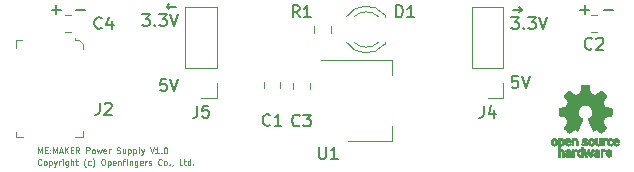
<source format=gbr>
G04 #@! TF.GenerationSoftware,KiCad,Pcbnew,(5.1.4)-1*
G04 #@! TF.CreationDate,2019-09-29T17:47:35+09:00*
G04 #@! TF.ProjectId,project 02 micro usb,70726f6a-6563-4742-9030-32206d696372,2*
G04 #@! TF.SameCoordinates,Original*
G04 #@! TF.FileFunction,Legend,Top*
G04 #@! TF.FilePolarity,Positive*
%FSLAX46Y46*%
G04 Gerber Fmt 4.6, Leading zero omitted, Abs format (unit mm)*
G04 Created by KiCad (PCBNEW (5.1.4)-1) date 2019-09-29 17:47:35*
%MOMM*%
%LPD*%
G04 APERTURE LIST*
%ADD10C,0.150000*%
%ADD11C,0.100000*%
%ADD12C,0.010000*%
%ADD13C,0.120000*%
G04 APERTURE END LIST*
D10*
X106369047Y-35571428D02*
X107130952Y-35571428D01*
X106750000Y-35952380D02*
X106750000Y-35190476D01*
X108369047Y-35571428D02*
X109130952Y-35571428D01*
X145273809Y-36202380D02*
X145892857Y-36202380D01*
X145559523Y-36583333D01*
X145702380Y-36583333D01*
X145797619Y-36630952D01*
X145845238Y-36678571D01*
X145892857Y-36773809D01*
X145892857Y-37011904D01*
X145845238Y-37107142D01*
X145797619Y-37154761D01*
X145702380Y-37202380D01*
X145416666Y-37202380D01*
X145321428Y-37154761D01*
X145273809Y-37107142D01*
X146321428Y-37107142D02*
X146369047Y-37154761D01*
X146321428Y-37202380D01*
X146273809Y-37154761D01*
X146321428Y-37107142D01*
X146321428Y-37202380D01*
X146702380Y-36202380D02*
X147321428Y-36202380D01*
X146988095Y-36583333D01*
X147130952Y-36583333D01*
X147226190Y-36630952D01*
X147273809Y-36678571D01*
X147321428Y-36773809D01*
X147321428Y-37011904D01*
X147273809Y-37107142D01*
X147226190Y-37154761D01*
X147130952Y-37202380D01*
X146845238Y-37202380D01*
X146750000Y-37154761D01*
X146702380Y-37107142D01*
X147607142Y-36202380D02*
X147940476Y-37202380D01*
X148273809Y-36202380D01*
X145809523Y-41202380D02*
X145333333Y-41202380D01*
X145285714Y-41678571D01*
X145333333Y-41630952D01*
X145428571Y-41583333D01*
X145666666Y-41583333D01*
X145761904Y-41630952D01*
X145809523Y-41678571D01*
X145857142Y-41773809D01*
X145857142Y-42011904D01*
X145809523Y-42107142D01*
X145761904Y-42154761D01*
X145666666Y-42202380D01*
X145428571Y-42202380D01*
X145333333Y-42154761D01*
X145285714Y-42107142D01*
X146142857Y-41202380D02*
X146476190Y-42202380D01*
X146809523Y-41202380D01*
X145369047Y-35571428D02*
X146130952Y-35571428D01*
X145940476Y-35761904D02*
X146130952Y-35571428D01*
X145940476Y-35380952D01*
X116880952Y-35321428D02*
X116119047Y-35321428D01*
X116309523Y-35511904D02*
X116119047Y-35321428D01*
X116309523Y-35130952D01*
X114023809Y-35952380D02*
X114642857Y-35952380D01*
X114309523Y-36333333D01*
X114452380Y-36333333D01*
X114547619Y-36380952D01*
X114595238Y-36428571D01*
X114642857Y-36523809D01*
X114642857Y-36761904D01*
X114595238Y-36857142D01*
X114547619Y-36904761D01*
X114452380Y-36952380D01*
X114166666Y-36952380D01*
X114071428Y-36904761D01*
X114023809Y-36857142D01*
X115071428Y-36857142D02*
X115119047Y-36904761D01*
X115071428Y-36952380D01*
X115023809Y-36904761D01*
X115071428Y-36857142D01*
X115071428Y-36952380D01*
X115452380Y-35952380D02*
X116071428Y-35952380D01*
X115738095Y-36333333D01*
X115880952Y-36333333D01*
X115976190Y-36380952D01*
X116023809Y-36428571D01*
X116071428Y-36523809D01*
X116071428Y-36761904D01*
X116023809Y-36857142D01*
X115976190Y-36904761D01*
X115880952Y-36952380D01*
X115595238Y-36952380D01*
X115500000Y-36904761D01*
X115452380Y-36857142D01*
X116357142Y-35952380D02*
X116690476Y-36952380D01*
X117023809Y-35952380D01*
X116059523Y-41452380D02*
X115583333Y-41452380D01*
X115535714Y-41928571D01*
X115583333Y-41880952D01*
X115678571Y-41833333D01*
X115916666Y-41833333D01*
X116011904Y-41880952D01*
X116059523Y-41928571D01*
X116107142Y-42023809D01*
X116107142Y-42261904D01*
X116059523Y-42357142D01*
X116011904Y-42404761D01*
X115916666Y-42452380D01*
X115678571Y-42452380D01*
X115583333Y-42404761D01*
X115535714Y-42357142D01*
X116392857Y-41452380D02*
X116726190Y-42452380D01*
X117059523Y-41452380D01*
D11*
X105469761Y-48678571D02*
X105445952Y-48702380D01*
X105374523Y-48726190D01*
X105326904Y-48726190D01*
X105255476Y-48702380D01*
X105207857Y-48654761D01*
X105184047Y-48607142D01*
X105160238Y-48511904D01*
X105160238Y-48440476D01*
X105184047Y-48345238D01*
X105207857Y-48297619D01*
X105255476Y-48250000D01*
X105326904Y-48226190D01*
X105374523Y-48226190D01*
X105445952Y-48250000D01*
X105469761Y-48273809D01*
X105755476Y-48726190D02*
X105707857Y-48702380D01*
X105684047Y-48678571D01*
X105660238Y-48630952D01*
X105660238Y-48488095D01*
X105684047Y-48440476D01*
X105707857Y-48416666D01*
X105755476Y-48392857D01*
X105826904Y-48392857D01*
X105874523Y-48416666D01*
X105898333Y-48440476D01*
X105922142Y-48488095D01*
X105922142Y-48630952D01*
X105898333Y-48678571D01*
X105874523Y-48702380D01*
X105826904Y-48726190D01*
X105755476Y-48726190D01*
X106136428Y-48392857D02*
X106136428Y-48892857D01*
X106136428Y-48416666D02*
X106184047Y-48392857D01*
X106279285Y-48392857D01*
X106326904Y-48416666D01*
X106350714Y-48440476D01*
X106374523Y-48488095D01*
X106374523Y-48630952D01*
X106350714Y-48678571D01*
X106326904Y-48702380D01*
X106279285Y-48726190D01*
X106184047Y-48726190D01*
X106136428Y-48702380D01*
X106541190Y-48392857D02*
X106660238Y-48726190D01*
X106779285Y-48392857D02*
X106660238Y-48726190D01*
X106612619Y-48845238D01*
X106588809Y-48869047D01*
X106541190Y-48892857D01*
X106969761Y-48726190D02*
X106969761Y-48392857D01*
X106969761Y-48488095D02*
X106993571Y-48440476D01*
X107017380Y-48416666D01*
X107065000Y-48392857D01*
X107112619Y-48392857D01*
X107279285Y-48726190D02*
X107279285Y-48392857D01*
X107279285Y-48226190D02*
X107255476Y-48250000D01*
X107279285Y-48273809D01*
X107303095Y-48250000D01*
X107279285Y-48226190D01*
X107279285Y-48273809D01*
X107731666Y-48392857D02*
X107731666Y-48797619D01*
X107707857Y-48845238D01*
X107684047Y-48869047D01*
X107636428Y-48892857D01*
X107565000Y-48892857D01*
X107517380Y-48869047D01*
X107731666Y-48702380D02*
X107684047Y-48726190D01*
X107588809Y-48726190D01*
X107541190Y-48702380D01*
X107517380Y-48678571D01*
X107493571Y-48630952D01*
X107493571Y-48488095D01*
X107517380Y-48440476D01*
X107541190Y-48416666D01*
X107588809Y-48392857D01*
X107684047Y-48392857D01*
X107731666Y-48416666D01*
X107969761Y-48726190D02*
X107969761Y-48226190D01*
X108184047Y-48726190D02*
X108184047Y-48464285D01*
X108160238Y-48416666D01*
X108112619Y-48392857D01*
X108041190Y-48392857D01*
X107993571Y-48416666D01*
X107969761Y-48440476D01*
X108350714Y-48392857D02*
X108541190Y-48392857D01*
X108422142Y-48226190D02*
X108422142Y-48654761D01*
X108445952Y-48702380D01*
X108493571Y-48726190D01*
X108541190Y-48726190D01*
X109231666Y-48916666D02*
X109207857Y-48892857D01*
X109160238Y-48821428D01*
X109136428Y-48773809D01*
X109112619Y-48702380D01*
X109088809Y-48583333D01*
X109088809Y-48488095D01*
X109112619Y-48369047D01*
X109136428Y-48297619D01*
X109160238Y-48250000D01*
X109207857Y-48178571D01*
X109231666Y-48154761D01*
X109636428Y-48702380D02*
X109588809Y-48726190D01*
X109493571Y-48726190D01*
X109445952Y-48702380D01*
X109422142Y-48678571D01*
X109398333Y-48630952D01*
X109398333Y-48488095D01*
X109422142Y-48440476D01*
X109445952Y-48416666D01*
X109493571Y-48392857D01*
X109588809Y-48392857D01*
X109636428Y-48416666D01*
X109803095Y-48916666D02*
X109826904Y-48892857D01*
X109874523Y-48821428D01*
X109898333Y-48773809D01*
X109922142Y-48702380D01*
X109945952Y-48583333D01*
X109945952Y-48488095D01*
X109922142Y-48369047D01*
X109898333Y-48297619D01*
X109874523Y-48250000D01*
X109826904Y-48178571D01*
X109803095Y-48154761D01*
X110660238Y-48226190D02*
X110755476Y-48226190D01*
X110803095Y-48250000D01*
X110850714Y-48297619D01*
X110874523Y-48392857D01*
X110874523Y-48559523D01*
X110850714Y-48654761D01*
X110803095Y-48702380D01*
X110755476Y-48726190D01*
X110660238Y-48726190D01*
X110612619Y-48702380D01*
X110565000Y-48654761D01*
X110541190Y-48559523D01*
X110541190Y-48392857D01*
X110565000Y-48297619D01*
X110612619Y-48250000D01*
X110660238Y-48226190D01*
X111088809Y-48392857D02*
X111088809Y-48892857D01*
X111088809Y-48416666D02*
X111136428Y-48392857D01*
X111231666Y-48392857D01*
X111279285Y-48416666D01*
X111303095Y-48440476D01*
X111326904Y-48488095D01*
X111326904Y-48630952D01*
X111303095Y-48678571D01*
X111279285Y-48702380D01*
X111231666Y-48726190D01*
X111136428Y-48726190D01*
X111088809Y-48702380D01*
X111731666Y-48702380D02*
X111684047Y-48726190D01*
X111588809Y-48726190D01*
X111541190Y-48702380D01*
X111517380Y-48654761D01*
X111517380Y-48464285D01*
X111541190Y-48416666D01*
X111588809Y-48392857D01*
X111684047Y-48392857D01*
X111731666Y-48416666D01*
X111755476Y-48464285D01*
X111755476Y-48511904D01*
X111517380Y-48559523D01*
X111969761Y-48392857D02*
X111969761Y-48726190D01*
X111969761Y-48440476D02*
X111993571Y-48416666D01*
X112041190Y-48392857D01*
X112112619Y-48392857D01*
X112160238Y-48416666D01*
X112184047Y-48464285D01*
X112184047Y-48726190D01*
X112350714Y-48392857D02*
X112541190Y-48392857D01*
X112422142Y-48726190D02*
X112422142Y-48297619D01*
X112445952Y-48250000D01*
X112493571Y-48226190D01*
X112541190Y-48226190D01*
X112707857Y-48726190D02*
X112707857Y-48392857D01*
X112707857Y-48226190D02*
X112684047Y-48250000D01*
X112707857Y-48273809D01*
X112731666Y-48250000D01*
X112707857Y-48226190D01*
X112707857Y-48273809D01*
X112945952Y-48392857D02*
X112945952Y-48726190D01*
X112945952Y-48440476D02*
X112969761Y-48416666D01*
X113017380Y-48392857D01*
X113088809Y-48392857D01*
X113136428Y-48416666D01*
X113160238Y-48464285D01*
X113160238Y-48726190D01*
X113612619Y-48392857D02*
X113612619Y-48797619D01*
X113588809Y-48845238D01*
X113565000Y-48869047D01*
X113517380Y-48892857D01*
X113445952Y-48892857D01*
X113398333Y-48869047D01*
X113612619Y-48702380D02*
X113565000Y-48726190D01*
X113469761Y-48726190D01*
X113422142Y-48702380D01*
X113398333Y-48678571D01*
X113374523Y-48630952D01*
X113374523Y-48488095D01*
X113398333Y-48440476D01*
X113422142Y-48416666D01*
X113469761Y-48392857D01*
X113565000Y-48392857D01*
X113612619Y-48416666D01*
X114041190Y-48702380D02*
X113993571Y-48726190D01*
X113898333Y-48726190D01*
X113850714Y-48702380D01*
X113826904Y-48654761D01*
X113826904Y-48464285D01*
X113850714Y-48416666D01*
X113898333Y-48392857D01*
X113993571Y-48392857D01*
X114041190Y-48416666D01*
X114065000Y-48464285D01*
X114065000Y-48511904D01*
X113826904Y-48559523D01*
X114279285Y-48726190D02*
X114279285Y-48392857D01*
X114279285Y-48488095D02*
X114303095Y-48440476D01*
X114326904Y-48416666D01*
X114374523Y-48392857D01*
X114422142Y-48392857D01*
X114565000Y-48702380D02*
X114612619Y-48726190D01*
X114707857Y-48726190D01*
X114755476Y-48702380D01*
X114779285Y-48654761D01*
X114779285Y-48630952D01*
X114755476Y-48583333D01*
X114707857Y-48559523D01*
X114636428Y-48559523D01*
X114588809Y-48535714D01*
X114565000Y-48488095D01*
X114565000Y-48464285D01*
X114588809Y-48416666D01*
X114636428Y-48392857D01*
X114707857Y-48392857D01*
X114755476Y-48416666D01*
X115660238Y-48678571D02*
X115636428Y-48702380D01*
X115565000Y-48726190D01*
X115517380Y-48726190D01*
X115445952Y-48702380D01*
X115398333Y-48654761D01*
X115374523Y-48607142D01*
X115350714Y-48511904D01*
X115350714Y-48440476D01*
X115374523Y-48345238D01*
X115398333Y-48297619D01*
X115445952Y-48250000D01*
X115517380Y-48226190D01*
X115565000Y-48226190D01*
X115636428Y-48250000D01*
X115660238Y-48273809D01*
X115945952Y-48726190D02*
X115898333Y-48702380D01*
X115874523Y-48678571D01*
X115850714Y-48630952D01*
X115850714Y-48488095D01*
X115874523Y-48440476D01*
X115898333Y-48416666D01*
X115945952Y-48392857D01*
X116017380Y-48392857D01*
X116065000Y-48416666D01*
X116088809Y-48440476D01*
X116112619Y-48488095D01*
X116112619Y-48630952D01*
X116088809Y-48678571D01*
X116065000Y-48702380D01*
X116017380Y-48726190D01*
X115945952Y-48726190D01*
X116326904Y-48678571D02*
X116350714Y-48702380D01*
X116326904Y-48726190D01*
X116303095Y-48702380D01*
X116326904Y-48678571D01*
X116326904Y-48726190D01*
X116588809Y-48702380D02*
X116588809Y-48726190D01*
X116565000Y-48773809D01*
X116541190Y-48797619D01*
X117422142Y-48726190D02*
X117184047Y-48726190D01*
X117184047Y-48226190D01*
X117517380Y-48392857D02*
X117707857Y-48392857D01*
X117588809Y-48226190D02*
X117588809Y-48654761D01*
X117612619Y-48702380D01*
X117660238Y-48726190D01*
X117707857Y-48726190D01*
X118088809Y-48726190D02*
X118088809Y-48226190D01*
X118088809Y-48702380D02*
X118041190Y-48726190D01*
X117945952Y-48726190D01*
X117898333Y-48702380D01*
X117874523Y-48678571D01*
X117850714Y-48630952D01*
X117850714Y-48488095D01*
X117874523Y-48440476D01*
X117898333Y-48416666D01*
X117945952Y-48392857D01*
X118041190Y-48392857D01*
X118088809Y-48416666D01*
X118326904Y-48678571D02*
X118350714Y-48702380D01*
X118326904Y-48726190D01*
X118303095Y-48702380D01*
X118326904Y-48678571D01*
X118326904Y-48726190D01*
X105184047Y-47726190D02*
X105184047Y-47226190D01*
X105350714Y-47583333D01*
X105517380Y-47226190D01*
X105517380Y-47726190D01*
X105755476Y-47464285D02*
X105922142Y-47464285D01*
X105993571Y-47726190D02*
X105755476Y-47726190D01*
X105755476Y-47226190D01*
X105993571Y-47226190D01*
X106207857Y-47678571D02*
X106231666Y-47702380D01*
X106207857Y-47726190D01*
X106184047Y-47702380D01*
X106207857Y-47678571D01*
X106207857Y-47726190D01*
X106207857Y-47416666D02*
X106231666Y-47440476D01*
X106207857Y-47464285D01*
X106184047Y-47440476D01*
X106207857Y-47416666D01*
X106207857Y-47464285D01*
X106445952Y-47726190D02*
X106445952Y-47226190D01*
X106612619Y-47583333D01*
X106779285Y-47226190D01*
X106779285Y-47726190D01*
X106993571Y-47583333D02*
X107231666Y-47583333D01*
X106945952Y-47726190D02*
X107112619Y-47226190D01*
X107279285Y-47726190D01*
X107445952Y-47726190D02*
X107445952Y-47226190D01*
X107731666Y-47726190D02*
X107517380Y-47440476D01*
X107731666Y-47226190D02*
X107445952Y-47511904D01*
X107945952Y-47464285D02*
X108112619Y-47464285D01*
X108184047Y-47726190D02*
X107945952Y-47726190D01*
X107945952Y-47226190D01*
X108184047Y-47226190D01*
X108684047Y-47726190D02*
X108517380Y-47488095D01*
X108398333Y-47726190D02*
X108398333Y-47226190D01*
X108588809Y-47226190D01*
X108636428Y-47250000D01*
X108660238Y-47273809D01*
X108684047Y-47321428D01*
X108684047Y-47392857D01*
X108660238Y-47440476D01*
X108636428Y-47464285D01*
X108588809Y-47488095D01*
X108398333Y-47488095D01*
X109279285Y-47726190D02*
X109279285Y-47226190D01*
X109469761Y-47226190D01*
X109517380Y-47250000D01*
X109541190Y-47273809D01*
X109565000Y-47321428D01*
X109565000Y-47392857D01*
X109541190Y-47440476D01*
X109517380Y-47464285D01*
X109469761Y-47488095D01*
X109279285Y-47488095D01*
X109850714Y-47726190D02*
X109803095Y-47702380D01*
X109779285Y-47678571D01*
X109755476Y-47630952D01*
X109755476Y-47488095D01*
X109779285Y-47440476D01*
X109803095Y-47416666D01*
X109850714Y-47392857D01*
X109922142Y-47392857D01*
X109969761Y-47416666D01*
X109993571Y-47440476D01*
X110017380Y-47488095D01*
X110017380Y-47630952D01*
X109993571Y-47678571D01*
X109969761Y-47702380D01*
X109922142Y-47726190D01*
X109850714Y-47726190D01*
X110184047Y-47392857D02*
X110279285Y-47726190D01*
X110374523Y-47488095D01*
X110469761Y-47726190D01*
X110565000Y-47392857D01*
X110945952Y-47702380D02*
X110898333Y-47726190D01*
X110803095Y-47726190D01*
X110755476Y-47702380D01*
X110731666Y-47654761D01*
X110731666Y-47464285D01*
X110755476Y-47416666D01*
X110803095Y-47392857D01*
X110898333Y-47392857D01*
X110945952Y-47416666D01*
X110969761Y-47464285D01*
X110969761Y-47511904D01*
X110731666Y-47559523D01*
X111184047Y-47726190D02*
X111184047Y-47392857D01*
X111184047Y-47488095D02*
X111207857Y-47440476D01*
X111231666Y-47416666D01*
X111279285Y-47392857D01*
X111326904Y-47392857D01*
X111850714Y-47702380D02*
X111922142Y-47726190D01*
X112041190Y-47726190D01*
X112088809Y-47702380D01*
X112112619Y-47678571D01*
X112136428Y-47630952D01*
X112136428Y-47583333D01*
X112112619Y-47535714D01*
X112088809Y-47511904D01*
X112041190Y-47488095D01*
X111945952Y-47464285D01*
X111898333Y-47440476D01*
X111874523Y-47416666D01*
X111850714Y-47369047D01*
X111850714Y-47321428D01*
X111874523Y-47273809D01*
X111898333Y-47250000D01*
X111945952Y-47226190D01*
X112065000Y-47226190D01*
X112136428Y-47250000D01*
X112565000Y-47392857D02*
X112565000Y-47726190D01*
X112350714Y-47392857D02*
X112350714Y-47654761D01*
X112374523Y-47702380D01*
X112422142Y-47726190D01*
X112493571Y-47726190D01*
X112541190Y-47702380D01*
X112565000Y-47678571D01*
X112803095Y-47392857D02*
X112803095Y-47892857D01*
X112803095Y-47416666D02*
X112850714Y-47392857D01*
X112945952Y-47392857D01*
X112993571Y-47416666D01*
X113017380Y-47440476D01*
X113041190Y-47488095D01*
X113041190Y-47630952D01*
X113017380Y-47678571D01*
X112993571Y-47702380D01*
X112945952Y-47726190D01*
X112850714Y-47726190D01*
X112803095Y-47702380D01*
X113255476Y-47392857D02*
X113255476Y-47892857D01*
X113255476Y-47416666D02*
X113303095Y-47392857D01*
X113398333Y-47392857D01*
X113445952Y-47416666D01*
X113469761Y-47440476D01*
X113493571Y-47488095D01*
X113493571Y-47630952D01*
X113469761Y-47678571D01*
X113445952Y-47702380D01*
X113398333Y-47726190D01*
X113303095Y-47726190D01*
X113255476Y-47702380D01*
X113779285Y-47726190D02*
X113731666Y-47702380D01*
X113707857Y-47654761D01*
X113707857Y-47226190D01*
X113922142Y-47392857D02*
X114041190Y-47726190D01*
X114160238Y-47392857D02*
X114041190Y-47726190D01*
X113993571Y-47845238D01*
X113969761Y-47869047D01*
X113922142Y-47892857D01*
X114660238Y-47226190D02*
X114826904Y-47726190D01*
X114993571Y-47226190D01*
X115422142Y-47726190D02*
X115136428Y-47726190D01*
X115279285Y-47726190D02*
X115279285Y-47226190D01*
X115231666Y-47297619D01*
X115184047Y-47345238D01*
X115136428Y-47369047D01*
X115636428Y-47678571D02*
X115660238Y-47702380D01*
X115636428Y-47726190D01*
X115612619Y-47702380D01*
X115636428Y-47678571D01*
X115636428Y-47726190D01*
X115969761Y-47226190D02*
X116017380Y-47226190D01*
X116065000Y-47250000D01*
X116088809Y-47273809D01*
X116112619Y-47321428D01*
X116136428Y-47416666D01*
X116136428Y-47535714D01*
X116112619Y-47630952D01*
X116088809Y-47678571D01*
X116065000Y-47702380D01*
X116017380Y-47726190D01*
X115969761Y-47726190D01*
X115922142Y-47702380D01*
X115898333Y-47678571D01*
X115874523Y-47630952D01*
X115850714Y-47535714D01*
X115850714Y-47416666D01*
X115874523Y-47321428D01*
X115898333Y-47273809D01*
X115922142Y-47250000D01*
X115969761Y-47226190D01*
D10*
X151119047Y-35571428D02*
X151880952Y-35571428D01*
X151500000Y-35952380D02*
X151500000Y-35190476D01*
X153119047Y-35571428D02*
X153880952Y-35571428D01*
D12*
G36*
X151876964Y-42290018D02*
G01*
X151933812Y-42591570D01*
X152353338Y-42764512D01*
X152604984Y-42593395D01*
X152675458Y-42545750D01*
X152739163Y-42503210D01*
X152793126Y-42467715D01*
X152834373Y-42441210D01*
X152859934Y-42425636D01*
X152866895Y-42422278D01*
X152879435Y-42430914D01*
X152906231Y-42454792D01*
X152944280Y-42490859D01*
X152990579Y-42536067D01*
X153042123Y-42587364D01*
X153095909Y-42641701D01*
X153148935Y-42696028D01*
X153198195Y-42747295D01*
X153240687Y-42792451D01*
X153273407Y-42828446D01*
X153293351Y-42852230D01*
X153298119Y-42860190D01*
X153291257Y-42874865D01*
X153272020Y-42907014D01*
X153242430Y-42953492D01*
X153204510Y-43011156D01*
X153160282Y-43076860D01*
X153134654Y-43114336D01*
X153087941Y-43182768D01*
X153046432Y-43244520D01*
X153012140Y-43296519D01*
X152987080Y-43335692D01*
X152973264Y-43358965D01*
X152971188Y-43363855D01*
X152975895Y-43377755D01*
X152988723Y-43410150D01*
X153007738Y-43456485D01*
X153031003Y-43512206D01*
X153056584Y-43572758D01*
X153082545Y-43633586D01*
X153106950Y-43690136D01*
X153127863Y-43737852D01*
X153143349Y-43772181D01*
X153151472Y-43788568D01*
X153151952Y-43789212D01*
X153164707Y-43792341D01*
X153198677Y-43799321D01*
X153250340Y-43809467D01*
X153316176Y-43822092D01*
X153392664Y-43836509D01*
X153437290Y-43844823D01*
X153519021Y-43860384D01*
X153592843Y-43875192D01*
X153655021Y-43888436D01*
X153701822Y-43899305D01*
X153729509Y-43906989D01*
X153735074Y-43909427D01*
X153740526Y-43925930D01*
X153744924Y-43963200D01*
X153748272Y-44016880D01*
X153750574Y-44082612D01*
X153751832Y-44156037D01*
X153752048Y-44232796D01*
X153751227Y-44308532D01*
X153749371Y-44378886D01*
X153746482Y-44439500D01*
X153742565Y-44486016D01*
X153737622Y-44514075D01*
X153734657Y-44519916D01*
X153716934Y-44526917D01*
X153679381Y-44536927D01*
X153626964Y-44548769D01*
X153564652Y-44561267D01*
X153542900Y-44565310D01*
X153438024Y-44584520D01*
X153355180Y-44599991D01*
X153291630Y-44612337D01*
X153244637Y-44622173D01*
X153211463Y-44630114D01*
X153189371Y-44636776D01*
X153175624Y-44642773D01*
X153167484Y-44648719D01*
X153166345Y-44649894D01*
X153154977Y-44668826D01*
X153137635Y-44705669D01*
X153116050Y-44755913D01*
X153091954Y-44815046D01*
X153067079Y-44878556D01*
X153043157Y-44941932D01*
X153021919Y-45000662D01*
X153005097Y-45050235D01*
X152994422Y-45086139D01*
X152991627Y-45103862D01*
X152991860Y-45104483D01*
X153001331Y-45118970D01*
X153022818Y-45150844D01*
X153054063Y-45196789D01*
X153092807Y-45253485D01*
X153136793Y-45317617D01*
X153149319Y-45335842D01*
X153193984Y-45401914D01*
X153233288Y-45462200D01*
X153265088Y-45513235D01*
X153287245Y-45551560D01*
X153297617Y-45573711D01*
X153298119Y-45576432D01*
X153289405Y-45590736D01*
X153265325Y-45619072D01*
X153228976Y-45658396D01*
X153183453Y-45705661D01*
X153131852Y-45757823D01*
X153077267Y-45811835D01*
X153022794Y-45864653D01*
X152971529Y-45913231D01*
X152926567Y-45954523D01*
X152891004Y-45985485D01*
X152867935Y-46003070D01*
X152861554Y-46005941D01*
X152846699Y-45999178D01*
X152816286Y-45980939D01*
X152775268Y-45954297D01*
X152743709Y-45932852D01*
X152686525Y-45893503D01*
X152618806Y-45847171D01*
X152550880Y-45800913D01*
X152514361Y-45776155D01*
X152390752Y-45692547D01*
X152286991Y-45748650D01*
X152239720Y-45773228D01*
X152199523Y-45792331D01*
X152172326Y-45803227D01*
X152165402Y-45804743D01*
X152157077Y-45793549D01*
X152140654Y-45761917D01*
X152117357Y-45712765D01*
X152088414Y-45649010D01*
X152055050Y-45573571D01*
X152018491Y-45489364D01*
X151979964Y-45399308D01*
X151940694Y-45306321D01*
X151901908Y-45213320D01*
X151864830Y-45123223D01*
X151830689Y-45038948D01*
X151800708Y-44963413D01*
X151776116Y-44899534D01*
X151758136Y-44850231D01*
X151747997Y-44818421D01*
X151746366Y-44807496D01*
X151759291Y-44793561D01*
X151787589Y-44770940D01*
X151825346Y-44744333D01*
X151828515Y-44742228D01*
X151926100Y-44664114D01*
X152004786Y-44572982D01*
X152063891Y-44471745D01*
X152102732Y-44363318D01*
X152120628Y-44250614D01*
X152116897Y-44136548D01*
X152090857Y-44024034D01*
X152041825Y-43915985D01*
X152027400Y-43892345D01*
X151952369Y-43796887D01*
X151863730Y-43720232D01*
X151764549Y-43662780D01*
X151657895Y-43624929D01*
X151546836Y-43607078D01*
X151434439Y-43609625D01*
X151323773Y-43632970D01*
X151217906Y-43677510D01*
X151119905Y-43743645D01*
X151089590Y-43770487D01*
X151012438Y-43854512D01*
X150956218Y-43942966D01*
X150917653Y-44042115D01*
X150896174Y-44140303D01*
X150890872Y-44250697D01*
X150908552Y-44361640D01*
X150947419Y-44469381D01*
X151005677Y-44570169D01*
X151081531Y-44660256D01*
X151173183Y-44735892D01*
X151185228Y-44743864D01*
X151223389Y-44769974D01*
X151252399Y-44792595D01*
X151266268Y-44807039D01*
X151266469Y-44807496D01*
X151263492Y-44823121D01*
X151251689Y-44858582D01*
X151232286Y-44910962D01*
X151206512Y-44977345D01*
X151175591Y-45054814D01*
X151140751Y-45140450D01*
X151103217Y-45231337D01*
X151064217Y-45324559D01*
X151024977Y-45417197D01*
X150986724Y-45506335D01*
X150950683Y-45589055D01*
X150918083Y-45662441D01*
X150890148Y-45723575D01*
X150868105Y-45769541D01*
X150853182Y-45797421D01*
X150847172Y-45804743D01*
X150828809Y-45799041D01*
X150794448Y-45783749D01*
X150750016Y-45761599D01*
X150725583Y-45748650D01*
X150621822Y-45692547D01*
X150498213Y-45776155D01*
X150435114Y-45818987D01*
X150366030Y-45866122D01*
X150301293Y-45910503D01*
X150268866Y-45932852D01*
X150223259Y-45963477D01*
X150184640Y-45987747D01*
X150158048Y-46002587D01*
X150149410Y-46005724D01*
X150136839Y-45997261D01*
X150109016Y-45973636D01*
X150068639Y-45937302D01*
X150018405Y-45890711D01*
X149961012Y-45836317D01*
X149924714Y-45801392D01*
X149861210Y-45738996D01*
X149806327Y-45683188D01*
X149762286Y-45636354D01*
X149731305Y-45600882D01*
X149715602Y-45579161D01*
X149714095Y-45574752D01*
X149721086Y-45557985D01*
X149740406Y-45524082D01*
X149769909Y-45476476D01*
X149807455Y-45418599D01*
X149850900Y-45353884D01*
X149863255Y-45335842D01*
X149908273Y-45270267D01*
X149948660Y-45211228D01*
X149982160Y-45162042D01*
X150006514Y-45126028D01*
X150019464Y-45106502D01*
X150020715Y-45104483D01*
X150018844Y-45088922D01*
X150008913Y-45054709D01*
X149992653Y-45006355D01*
X149971795Y-44948371D01*
X149948073Y-44885270D01*
X149923216Y-44821563D01*
X149898958Y-44761761D01*
X149877029Y-44710376D01*
X149859162Y-44671919D01*
X149847087Y-44650902D01*
X149846229Y-44649894D01*
X149838846Y-44643888D01*
X149826375Y-44637948D01*
X149806080Y-44631460D01*
X149775222Y-44623809D01*
X149731066Y-44614380D01*
X149670874Y-44602559D01*
X149591907Y-44587729D01*
X149491430Y-44569277D01*
X149469675Y-44565310D01*
X149405198Y-44552853D01*
X149348989Y-44540666D01*
X149306013Y-44529926D01*
X149281240Y-44521809D01*
X149277918Y-44519916D01*
X149272444Y-44503138D01*
X149267994Y-44465645D01*
X149264572Y-44411794D01*
X149262181Y-44345944D01*
X149260823Y-44272453D01*
X149260501Y-44195680D01*
X149261219Y-44119983D01*
X149262979Y-44049720D01*
X149265784Y-43989250D01*
X149269638Y-43942930D01*
X149274543Y-43915119D01*
X149277500Y-43909427D01*
X149293963Y-43903686D01*
X149331449Y-43894345D01*
X149386225Y-43882215D01*
X149454555Y-43868107D01*
X149532706Y-43852830D01*
X149575284Y-43844823D01*
X149656071Y-43829721D01*
X149728113Y-43816040D01*
X149787889Y-43804467D01*
X149831879Y-43795687D01*
X149856561Y-43790387D01*
X149860623Y-43789212D01*
X149867489Y-43775965D01*
X149882002Y-43744057D01*
X149902229Y-43698047D01*
X149926234Y-43642492D01*
X149952082Y-43581953D01*
X149977840Y-43520986D01*
X150001573Y-43464151D01*
X150021346Y-43416006D01*
X150035224Y-43381110D01*
X150041274Y-43364021D01*
X150041386Y-43363274D01*
X150034528Y-43349793D01*
X150015302Y-43318770D01*
X149985728Y-43273289D01*
X149947827Y-43216432D01*
X149903620Y-43151283D01*
X149877921Y-43113862D01*
X149831093Y-43045247D01*
X149789501Y-42982952D01*
X149755175Y-42930129D01*
X149730143Y-42889927D01*
X149716435Y-42865500D01*
X149714456Y-42860024D01*
X149722966Y-42847278D01*
X149746493Y-42820063D01*
X149782032Y-42781428D01*
X149826577Y-42734423D01*
X149877123Y-42682095D01*
X149930664Y-42627495D01*
X149984195Y-42573670D01*
X150034711Y-42523670D01*
X150079206Y-42480543D01*
X150114675Y-42447339D01*
X150138113Y-42427106D01*
X150145954Y-42422278D01*
X150158720Y-42429067D01*
X150189256Y-42448142D01*
X150234590Y-42477561D01*
X150291756Y-42515381D01*
X150357784Y-42559661D01*
X150407590Y-42593395D01*
X150659236Y-42764512D01*
X150868999Y-42678041D01*
X151078763Y-42591570D01*
X151135611Y-42290018D01*
X151192460Y-41988466D01*
X151820115Y-41988466D01*
X151876964Y-42290018D01*
X151876964Y-42290018D01*
G37*
X151876964Y-42290018D02*
X151933812Y-42591570D01*
X152353338Y-42764512D01*
X152604984Y-42593395D01*
X152675458Y-42545750D01*
X152739163Y-42503210D01*
X152793126Y-42467715D01*
X152834373Y-42441210D01*
X152859934Y-42425636D01*
X152866895Y-42422278D01*
X152879435Y-42430914D01*
X152906231Y-42454792D01*
X152944280Y-42490859D01*
X152990579Y-42536067D01*
X153042123Y-42587364D01*
X153095909Y-42641701D01*
X153148935Y-42696028D01*
X153198195Y-42747295D01*
X153240687Y-42792451D01*
X153273407Y-42828446D01*
X153293351Y-42852230D01*
X153298119Y-42860190D01*
X153291257Y-42874865D01*
X153272020Y-42907014D01*
X153242430Y-42953492D01*
X153204510Y-43011156D01*
X153160282Y-43076860D01*
X153134654Y-43114336D01*
X153087941Y-43182768D01*
X153046432Y-43244520D01*
X153012140Y-43296519D01*
X152987080Y-43335692D01*
X152973264Y-43358965D01*
X152971188Y-43363855D01*
X152975895Y-43377755D01*
X152988723Y-43410150D01*
X153007738Y-43456485D01*
X153031003Y-43512206D01*
X153056584Y-43572758D01*
X153082545Y-43633586D01*
X153106950Y-43690136D01*
X153127863Y-43737852D01*
X153143349Y-43772181D01*
X153151472Y-43788568D01*
X153151952Y-43789212D01*
X153164707Y-43792341D01*
X153198677Y-43799321D01*
X153250340Y-43809467D01*
X153316176Y-43822092D01*
X153392664Y-43836509D01*
X153437290Y-43844823D01*
X153519021Y-43860384D01*
X153592843Y-43875192D01*
X153655021Y-43888436D01*
X153701822Y-43899305D01*
X153729509Y-43906989D01*
X153735074Y-43909427D01*
X153740526Y-43925930D01*
X153744924Y-43963200D01*
X153748272Y-44016880D01*
X153750574Y-44082612D01*
X153751832Y-44156037D01*
X153752048Y-44232796D01*
X153751227Y-44308532D01*
X153749371Y-44378886D01*
X153746482Y-44439500D01*
X153742565Y-44486016D01*
X153737622Y-44514075D01*
X153734657Y-44519916D01*
X153716934Y-44526917D01*
X153679381Y-44536927D01*
X153626964Y-44548769D01*
X153564652Y-44561267D01*
X153542900Y-44565310D01*
X153438024Y-44584520D01*
X153355180Y-44599991D01*
X153291630Y-44612337D01*
X153244637Y-44622173D01*
X153211463Y-44630114D01*
X153189371Y-44636776D01*
X153175624Y-44642773D01*
X153167484Y-44648719D01*
X153166345Y-44649894D01*
X153154977Y-44668826D01*
X153137635Y-44705669D01*
X153116050Y-44755913D01*
X153091954Y-44815046D01*
X153067079Y-44878556D01*
X153043157Y-44941932D01*
X153021919Y-45000662D01*
X153005097Y-45050235D01*
X152994422Y-45086139D01*
X152991627Y-45103862D01*
X152991860Y-45104483D01*
X153001331Y-45118970D01*
X153022818Y-45150844D01*
X153054063Y-45196789D01*
X153092807Y-45253485D01*
X153136793Y-45317617D01*
X153149319Y-45335842D01*
X153193984Y-45401914D01*
X153233288Y-45462200D01*
X153265088Y-45513235D01*
X153287245Y-45551560D01*
X153297617Y-45573711D01*
X153298119Y-45576432D01*
X153289405Y-45590736D01*
X153265325Y-45619072D01*
X153228976Y-45658396D01*
X153183453Y-45705661D01*
X153131852Y-45757823D01*
X153077267Y-45811835D01*
X153022794Y-45864653D01*
X152971529Y-45913231D01*
X152926567Y-45954523D01*
X152891004Y-45985485D01*
X152867935Y-46003070D01*
X152861554Y-46005941D01*
X152846699Y-45999178D01*
X152816286Y-45980939D01*
X152775268Y-45954297D01*
X152743709Y-45932852D01*
X152686525Y-45893503D01*
X152618806Y-45847171D01*
X152550880Y-45800913D01*
X152514361Y-45776155D01*
X152390752Y-45692547D01*
X152286991Y-45748650D01*
X152239720Y-45773228D01*
X152199523Y-45792331D01*
X152172326Y-45803227D01*
X152165402Y-45804743D01*
X152157077Y-45793549D01*
X152140654Y-45761917D01*
X152117357Y-45712765D01*
X152088414Y-45649010D01*
X152055050Y-45573571D01*
X152018491Y-45489364D01*
X151979964Y-45399308D01*
X151940694Y-45306321D01*
X151901908Y-45213320D01*
X151864830Y-45123223D01*
X151830689Y-45038948D01*
X151800708Y-44963413D01*
X151776116Y-44899534D01*
X151758136Y-44850231D01*
X151747997Y-44818421D01*
X151746366Y-44807496D01*
X151759291Y-44793561D01*
X151787589Y-44770940D01*
X151825346Y-44744333D01*
X151828515Y-44742228D01*
X151926100Y-44664114D01*
X152004786Y-44572982D01*
X152063891Y-44471745D01*
X152102732Y-44363318D01*
X152120628Y-44250614D01*
X152116897Y-44136548D01*
X152090857Y-44024034D01*
X152041825Y-43915985D01*
X152027400Y-43892345D01*
X151952369Y-43796887D01*
X151863730Y-43720232D01*
X151764549Y-43662780D01*
X151657895Y-43624929D01*
X151546836Y-43607078D01*
X151434439Y-43609625D01*
X151323773Y-43632970D01*
X151217906Y-43677510D01*
X151119905Y-43743645D01*
X151089590Y-43770487D01*
X151012438Y-43854512D01*
X150956218Y-43942966D01*
X150917653Y-44042115D01*
X150896174Y-44140303D01*
X150890872Y-44250697D01*
X150908552Y-44361640D01*
X150947419Y-44469381D01*
X151005677Y-44570169D01*
X151081531Y-44660256D01*
X151173183Y-44735892D01*
X151185228Y-44743864D01*
X151223389Y-44769974D01*
X151252399Y-44792595D01*
X151266268Y-44807039D01*
X151266469Y-44807496D01*
X151263492Y-44823121D01*
X151251689Y-44858582D01*
X151232286Y-44910962D01*
X151206512Y-44977345D01*
X151175591Y-45054814D01*
X151140751Y-45140450D01*
X151103217Y-45231337D01*
X151064217Y-45324559D01*
X151024977Y-45417197D01*
X150986724Y-45506335D01*
X150950683Y-45589055D01*
X150918083Y-45662441D01*
X150890148Y-45723575D01*
X150868105Y-45769541D01*
X150853182Y-45797421D01*
X150847172Y-45804743D01*
X150828809Y-45799041D01*
X150794448Y-45783749D01*
X150750016Y-45761599D01*
X150725583Y-45748650D01*
X150621822Y-45692547D01*
X150498213Y-45776155D01*
X150435114Y-45818987D01*
X150366030Y-45866122D01*
X150301293Y-45910503D01*
X150268866Y-45932852D01*
X150223259Y-45963477D01*
X150184640Y-45987747D01*
X150158048Y-46002587D01*
X150149410Y-46005724D01*
X150136839Y-45997261D01*
X150109016Y-45973636D01*
X150068639Y-45937302D01*
X150018405Y-45890711D01*
X149961012Y-45836317D01*
X149924714Y-45801392D01*
X149861210Y-45738996D01*
X149806327Y-45683188D01*
X149762286Y-45636354D01*
X149731305Y-45600882D01*
X149715602Y-45579161D01*
X149714095Y-45574752D01*
X149721086Y-45557985D01*
X149740406Y-45524082D01*
X149769909Y-45476476D01*
X149807455Y-45418599D01*
X149850900Y-45353884D01*
X149863255Y-45335842D01*
X149908273Y-45270267D01*
X149948660Y-45211228D01*
X149982160Y-45162042D01*
X150006514Y-45126028D01*
X150019464Y-45106502D01*
X150020715Y-45104483D01*
X150018844Y-45088922D01*
X150008913Y-45054709D01*
X149992653Y-45006355D01*
X149971795Y-44948371D01*
X149948073Y-44885270D01*
X149923216Y-44821563D01*
X149898958Y-44761761D01*
X149877029Y-44710376D01*
X149859162Y-44671919D01*
X149847087Y-44650902D01*
X149846229Y-44649894D01*
X149838846Y-44643888D01*
X149826375Y-44637948D01*
X149806080Y-44631460D01*
X149775222Y-44623809D01*
X149731066Y-44614380D01*
X149670874Y-44602559D01*
X149591907Y-44587729D01*
X149491430Y-44569277D01*
X149469675Y-44565310D01*
X149405198Y-44552853D01*
X149348989Y-44540666D01*
X149306013Y-44529926D01*
X149281240Y-44521809D01*
X149277918Y-44519916D01*
X149272444Y-44503138D01*
X149267994Y-44465645D01*
X149264572Y-44411794D01*
X149262181Y-44345944D01*
X149260823Y-44272453D01*
X149260501Y-44195680D01*
X149261219Y-44119983D01*
X149262979Y-44049720D01*
X149265784Y-43989250D01*
X149269638Y-43942930D01*
X149274543Y-43915119D01*
X149277500Y-43909427D01*
X149293963Y-43903686D01*
X149331449Y-43894345D01*
X149386225Y-43882215D01*
X149454555Y-43868107D01*
X149532706Y-43852830D01*
X149575284Y-43844823D01*
X149656071Y-43829721D01*
X149728113Y-43816040D01*
X149787889Y-43804467D01*
X149831879Y-43795687D01*
X149856561Y-43790387D01*
X149860623Y-43789212D01*
X149867489Y-43775965D01*
X149882002Y-43744057D01*
X149902229Y-43698047D01*
X149926234Y-43642492D01*
X149952082Y-43581953D01*
X149977840Y-43520986D01*
X150001573Y-43464151D01*
X150021346Y-43416006D01*
X150035224Y-43381110D01*
X150041274Y-43364021D01*
X150041386Y-43363274D01*
X150034528Y-43349793D01*
X150015302Y-43318770D01*
X149985728Y-43273289D01*
X149947827Y-43216432D01*
X149903620Y-43151283D01*
X149877921Y-43113862D01*
X149831093Y-43045247D01*
X149789501Y-42982952D01*
X149755175Y-42930129D01*
X149730143Y-42889927D01*
X149716435Y-42865500D01*
X149714456Y-42860024D01*
X149722966Y-42847278D01*
X149746493Y-42820063D01*
X149782032Y-42781428D01*
X149826577Y-42734423D01*
X149877123Y-42682095D01*
X149930664Y-42627495D01*
X149984195Y-42573670D01*
X150034711Y-42523670D01*
X150079206Y-42480543D01*
X150114675Y-42447339D01*
X150138113Y-42427106D01*
X150145954Y-42422278D01*
X150158720Y-42429067D01*
X150189256Y-42448142D01*
X150234590Y-42477561D01*
X150291756Y-42515381D01*
X150357784Y-42559661D01*
X150407590Y-42593395D01*
X150659236Y-42764512D01*
X150868999Y-42678041D01*
X151078763Y-42591570D01*
X151135611Y-42290018D01*
X151192460Y-41988466D01*
X151820115Y-41988466D01*
X151876964Y-42290018D01*
G36*
X153299460Y-46458030D02*
G01*
X153342711Y-46471245D01*
X153370558Y-46487941D01*
X153379629Y-46501145D01*
X153377132Y-46516797D01*
X153360931Y-46541385D01*
X153347232Y-46558800D01*
X153318992Y-46590283D01*
X153297775Y-46603529D01*
X153279688Y-46602664D01*
X153226035Y-46589010D01*
X153186630Y-46589630D01*
X153154632Y-46605104D01*
X153143890Y-46614161D01*
X153109505Y-46646027D01*
X153109505Y-47062179D01*
X152971188Y-47062179D01*
X152971188Y-46458614D01*
X153040347Y-46458614D01*
X153081869Y-46460256D01*
X153103291Y-46466087D01*
X153109502Y-46477461D01*
X153109505Y-46477798D01*
X153112439Y-46489713D01*
X153125704Y-46488159D01*
X153144084Y-46479563D01*
X153182046Y-46463568D01*
X153212872Y-46453945D01*
X153252536Y-46451478D01*
X153299460Y-46458030D01*
X153299460Y-46458030D01*
G37*
X153299460Y-46458030D02*
X153342711Y-46471245D01*
X153370558Y-46487941D01*
X153379629Y-46501145D01*
X153377132Y-46516797D01*
X153360931Y-46541385D01*
X153347232Y-46558800D01*
X153318992Y-46590283D01*
X153297775Y-46603529D01*
X153279688Y-46602664D01*
X153226035Y-46589010D01*
X153186630Y-46589630D01*
X153154632Y-46605104D01*
X153143890Y-46614161D01*
X153109505Y-46646027D01*
X153109505Y-47062179D01*
X152971188Y-47062179D01*
X152971188Y-46458614D01*
X153040347Y-46458614D01*
X153081869Y-46460256D01*
X153103291Y-46466087D01*
X153109502Y-46477461D01*
X153109505Y-46477798D01*
X153112439Y-46489713D01*
X153125704Y-46488159D01*
X153144084Y-46479563D01*
X153182046Y-46463568D01*
X153212872Y-46453945D01*
X153252536Y-46451478D01*
X153299460Y-46458030D01*
G36*
X150745988Y-46469002D02*
G01*
X150777283Y-46483950D01*
X150807591Y-46505541D01*
X150830682Y-46530391D01*
X150847500Y-46562087D01*
X150858994Y-46604214D01*
X150866109Y-46660358D01*
X150869793Y-46734106D01*
X150870992Y-46829044D01*
X150871011Y-46838985D01*
X150871287Y-47062179D01*
X150732970Y-47062179D01*
X150732970Y-46856418D01*
X150732872Y-46780189D01*
X150732191Y-46724939D01*
X150730349Y-46686501D01*
X150726767Y-46660706D01*
X150720868Y-46643384D01*
X150712073Y-46630368D01*
X150699820Y-46617507D01*
X150656953Y-46589873D01*
X150610157Y-46584745D01*
X150565576Y-46602217D01*
X150550072Y-46615221D01*
X150538690Y-46627447D01*
X150530519Y-46640540D01*
X150525026Y-46658615D01*
X150521680Y-46685787D01*
X150519949Y-46726170D01*
X150519303Y-46783879D01*
X150519208Y-46854132D01*
X150519208Y-47062179D01*
X150380891Y-47062179D01*
X150380891Y-46458614D01*
X150450050Y-46458614D01*
X150491572Y-46460256D01*
X150512994Y-46466087D01*
X150519205Y-46477461D01*
X150519208Y-46477798D01*
X150522090Y-46488938D01*
X150534801Y-46487674D01*
X150560074Y-46475434D01*
X150617395Y-46457424D01*
X150682963Y-46455421D01*
X150745988Y-46469002D01*
X150745988Y-46469002D01*
G37*
X150745988Y-46469002D02*
X150777283Y-46483950D01*
X150807591Y-46505541D01*
X150830682Y-46530391D01*
X150847500Y-46562087D01*
X150858994Y-46604214D01*
X150866109Y-46660358D01*
X150869793Y-46734106D01*
X150870992Y-46829044D01*
X150871011Y-46838985D01*
X150871287Y-47062179D01*
X150732970Y-47062179D01*
X150732970Y-46856418D01*
X150732872Y-46780189D01*
X150732191Y-46724939D01*
X150730349Y-46686501D01*
X150726767Y-46660706D01*
X150720868Y-46643384D01*
X150712073Y-46630368D01*
X150699820Y-46617507D01*
X150656953Y-46589873D01*
X150610157Y-46584745D01*
X150565576Y-46602217D01*
X150550072Y-46615221D01*
X150538690Y-46627447D01*
X150530519Y-46640540D01*
X150525026Y-46658615D01*
X150521680Y-46685787D01*
X150519949Y-46726170D01*
X150519303Y-46783879D01*
X150519208Y-46854132D01*
X150519208Y-47062179D01*
X150380891Y-47062179D01*
X150380891Y-46458614D01*
X150450050Y-46458614D01*
X150491572Y-46460256D01*
X150512994Y-46466087D01*
X150519205Y-46477461D01*
X150519208Y-46477798D01*
X150522090Y-46488938D01*
X150534801Y-46487674D01*
X150560074Y-46475434D01*
X150617395Y-46457424D01*
X150682963Y-46455421D01*
X150745988Y-46469002D01*
G36*
X154177898Y-46456457D02*
G01*
X154210096Y-46464279D01*
X154271825Y-46492921D01*
X154324610Y-46536667D01*
X154361141Y-46589117D01*
X154366160Y-46600893D01*
X154373045Y-46631740D01*
X154377864Y-46677371D01*
X154379505Y-46723492D01*
X154379505Y-46810693D01*
X154197178Y-46810693D01*
X154121979Y-46810978D01*
X154069003Y-46812704D01*
X154035325Y-46817181D01*
X154018020Y-46825720D01*
X154014163Y-46839630D01*
X154020829Y-46860222D01*
X154032770Y-46884315D01*
X154066080Y-46924525D01*
X154112368Y-46944558D01*
X154168944Y-46943905D01*
X154233031Y-46922101D01*
X154288417Y-46895193D01*
X154334375Y-46931532D01*
X154380333Y-46967872D01*
X154337096Y-47007819D01*
X154279374Y-47045563D01*
X154208386Y-47068320D01*
X154132029Y-47074688D01*
X154058199Y-47063268D01*
X154046287Y-47059393D01*
X153981399Y-47025506D01*
X153933130Y-46974986D01*
X153900465Y-46906325D01*
X153882385Y-46818014D01*
X153882175Y-46816121D01*
X153880556Y-46719878D01*
X153887100Y-46685542D01*
X154014852Y-46685542D01*
X154026584Y-46690822D01*
X154058438Y-46694867D01*
X154105397Y-46697176D01*
X154135154Y-46697525D01*
X154190648Y-46697306D01*
X154225346Y-46695916D01*
X154243601Y-46692251D01*
X154249766Y-46685210D01*
X154248195Y-46673690D01*
X154246878Y-46669233D01*
X154224382Y-46627355D01*
X154189003Y-46593604D01*
X154157780Y-46578773D01*
X154116301Y-46579668D01*
X154074269Y-46598164D01*
X154039012Y-46628786D01*
X154017854Y-46666062D01*
X154014852Y-46685542D01*
X153887100Y-46685542D01*
X153896690Y-46635229D01*
X153928698Y-46564191D01*
X153974701Y-46508779D01*
X154032821Y-46471009D01*
X154101180Y-46452896D01*
X154177898Y-46456457D01*
X154177898Y-46456457D01*
G37*
X154177898Y-46456457D02*
X154210096Y-46464279D01*
X154271825Y-46492921D01*
X154324610Y-46536667D01*
X154361141Y-46589117D01*
X154366160Y-46600893D01*
X154373045Y-46631740D01*
X154377864Y-46677371D01*
X154379505Y-46723492D01*
X154379505Y-46810693D01*
X154197178Y-46810693D01*
X154121979Y-46810978D01*
X154069003Y-46812704D01*
X154035325Y-46817181D01*
X154018020Y-46825720D01*
X154014163Y-46839630D01*
X154020829Y-46860222D01*
X154032770Y-46884315D01*
X154066080Y-46924525D01*
X154112368Y-46944558D01*
X154168944Y-46943905D01*
X154233031Y-46922101D01*
X154288417Y-46895193D01*
X154334375Y-46931532D01*
X154380333Y-46967872D01*
X154337096Y-47007819D01*
X154279374Y-47045563D01*
X154208386Y-47068320D01*
X154132029Y-47074688D01*
X154058199Y-47063268D01*
X154046287Y-47059393D01*
X153981399Y-47025506D01*
X153933130Y-46974986D01*
X153900465Y-46906325D01*
X153882385Y-46818014D01*
X153882175Y-46816121D01*
X153880556Y-46719878D01*
X153887100Y-46685542D01*
X154014852Y-46685542D01*
X154026584Y-46690822D01*
X154058438Y-46694867D01*
X154105397Y-46697176D01*
X154135154Y-46697525D01*
X154190648Y-46697306D01*
X154225346Y-46695916D01*
X154243601Y-46692251D01*
X154249766Y-46685210D01*
X154248195Y-46673690D01*
X154246878Y-46669233D01*
X154224382Y-46627355D01*
X154189003Y-46593604D01*
X154157780Y-46578773D01*
X154116301Y-46579668D01*
X154074269Y-46598164D01*
X154039012Y-46628786D01*
X154017854Y-46666062D01*
X154014852Y-46685542D01*
X153887100Y-46685542D01*
X153896690Y-46635229D01*
X153928698Y-46564191D01*
X153974701Y-46508779D01*
X154032821Y-46471009D01*
X154101180Y-46452896D01*
X154177898Y-46456457D01*
G36*
X153717226Y-46463880D02*
G01*
X153790080Y-46494830D01*
X153813027Y-46509895D01*
X153842354Y-46533048D01*
X153860764Y-46551253D01*
X153863961Y-46557183D01*
X153854935Y-46570340D01*
X153831837Y-46592667D01*
X153813344Y-46608250D01*
X153762728Y-46648926D01*
X153722760Y-46615295D01*
X153691874Y-46593584D01*
X153661759Y-46586090D01*
X153627292Y-46587920D01*
X153572561Y-46601528D01*
X153534886Y-46629772D01*
X153511991Y-46675433D01*
X153501597Y-46741289D01*
X153501595Y-46741331D01*
X153502494Y-46814939D01*
X153516463Y-46868946D01*
X153544328Y-46905716D01*
X153563325Y-46918168D01*
X153613776Y-46933673D01*
X153667663Y-46933683D01*
X153714546Y-46918638D01*
X153725644Y-46911287D01*
X153753476Y-46892511D01*
X153775236Y-46889434D01*
X153798704Y-46903409D01*
X153824649Y-46928510D01*
X153865716Y-46970880D01*
X153820121Y-47008464D01*
X153749674Y-47050882D01*
X153670233Y-47071785D01*
X153587215Y-47070272D01*
X153532694Y-47056411D01*
X153468970Y-47022135D01*
X153418005Y-46968212D01*
X153394851Y-46930149D01*
X153376099Y-46875536D01*
X153366715Y-46806369D01*
X153366643Y-46731407D01*
X153375824Y-46659409D01*
X153394199Y-46599137D01*
X153397093Y-46592958D01*
X153439952Y-46532351D01*
X153497979Y-46488224D01*
X153566591Y-46461493D01*
X153641201Y-46453073D01*
X153717226Y-46463880D01*
X153717226Y-46463880D01*
G37*
X153717226Y-46463880D02*
X153790080Y-46494830D01*
X153813027Y-46509895D01*
X153842354Y-46533048D01*
X153860764Y-46551253D01*
X153863961Y-46557183D01*
X153854935Y-46570340D01*
X153831837Y-46592667D01*
X153813344Y-46608250D01*
X153762728Y-46648926D01*
X153722760Y-46615295D01*
X153691874Y-46593584D01*
X153661759Y-46586090D01*
X153627292Y-46587920D01*
X153572561Y-46601528D01*
X153534886Y-46629772D01*
X153511991Y-46675433D01*
X153501597Y-46741289D01*
X153501595Y-46741331D01*
X153502494Y-46814939D01*
X153516463Y-46868946D01*
X153544328Y-46905716D01*
X153563325Y-46918168D01*
X153613776Y-46933673D01*
X153667663Y-46933683D01*
X153714546Y-46918638D01*
X153725644Y-46911287D01*
X153753476Y-46892511D01*
X153775236Y-46889434D01*
X153798704Y-46903409D01*
X153824649Y-46928510D01*
X153865716Y-46970880D01*
X153820121Y-47008464D01*
X153749674Y-47050882D01*
X153670233Y-47071785D01*
X153587215Y-47070272D01*
X153532694Y-47056411D01*
X153468970Y-47022135D01*
X153418005Y-46968212D01*
X153394851Y-46930149D01*
X153376099Y-46875536D01*
X153366715Y-46806369D01*
X153366643Y-46731407D01*
X153375824Y-46659409D01*
X153394199Y-46599137D01*
X153397093Y-46592958D01*
X153439952Y-46532351D01*
X153497979Y-46488224D01*
X153566591Y-46461493D01*
X153641201Y-46453073D01*
X153717226Y-46463880D01*
G36*
X152493367Y-46654342D02*
G01*
X152494555Y-46746563D01*
X152498897Y-46816610D01*
X152507558Y-46867381D01*
X152521704Y-46901772D01*
X152542500Y-46922679D01*
X152571110Y-46933000D01*
X152606535Y-46935636D01*
X152643636Y-46932682D01*
X152671818Y-46921889D01*
X152692243Y-46900360D01*
X152706079Y-46865199D01*
X152714491Y-46813510D01*
X152718643Y-46742394D01*
X152719703Y-46654342D01*
X152719703Y-46458614D01*
X152858020Y-46458614D01*
X152858020Y-47062179D01*
X152788862Y-47062179D01*
X152747170Y-47060489D01*
X152725701Y-47054556D01*
X152719703Y-47043293D01*
X152716091Y-47033261D01*
X152701714Y-47035383D01*
X152672736Y-47049580D01*
X152606319Y-47071480D01*
X152535875Y-47069928D01*
X152468377Y-47046147D01*
X152436233Y-47027362D01*
X152411715Y-47007022D01*
X152393804Y-46981573D01*
X152381479Y-46947458D01*
X152373723Y-46901121D01*
X152369516Y-46839007D01*
X152367840Y-46757561D01*
X152367624Y-46694578D01*
X152367624Y-46458614D01*
X152493367Y-46458614D01*
X152493367Y-46654342D01*
X152493367Y-46654342D01*
G37*
X152493367Y-46654342D02*
X152494555Y-46746563D01*
X152498897Y-46816610D01*
X152507558Y-46867381D01*
X152521704Y-46901772D01*
X152542500Y-46922679D01*
X152571110Y-46933000D01*
X152606535Y-46935636D01*
X152643636Y-46932682D01*
X152671818Y-46921889D01*
X152692243Y-46900360D01*
X152706079Y-46865199D01*
X152714491Y-46813510D01*
X152718643Y-46742394D01*
X152719703Y-46654342D01*
X152719703Y-46458614D01*
X152858020Y-46458614D01*
X152858020Y-47062179D01*
X152788862Y-47062179D01*
X152747170Y-47060489D01*
X152725701Y-47054556D01*
X152719703Y-47043293D01*
X152716091Y-47033261D01*
X152701714Y-47035383D01*
X152672736Y-47049580D01*
X152606319Y-47071480D01*
X152535875Y-47069928D01*
X152468377Y-47046147D01*
X152436233Y-47027362D01*
X152411715Y-47007022D01*
X152393804Y-46981573D01*
X152381479Y-46947458D01*
X152373723Y-46901121D01*
X152369516Y-46839007D01*
X152367840Y-46757561D01*
X152367624Y-46694578D01*
X152367624Y-46458614D01*
X152493367Y-46458614D01*
X152493367Y-46654342D01*
G36*
X152110762Y-46466055D02*
G01*
X152174363Y-46500692D01*
X152224123Y-46555372D01*
X152247568Y-46599842D01*
X152257634Y-46639121D01*
X152264156Y-46695116D01*
X152266951Y-46759621D01*
X152265836Y-46824429D01*
X152260626Y-46881334D01*
X152254541Y-46911727D01*
X152234014Y-46953306D01*
X152198463Y-46997468D01*
X152155619Y-47036087D01*
X152113211Y-47061034D01*
X152112177Y-47061430D01*
X152059553Y-47072331D01*
X151997188Y-47072601D01*
X151937924Y-47062676D01*
X151915040Y-47054722D01*
X151856102Y-47021300D01*
X151813890Y-46977511D01*
X151786156Y-46919538D01*
X151770651Y-46843565D01*
X151767143Y-46803771D01*
X151767590Y-46753766D01*
X151902376Y-46753766D01*
X151906917Y-46826732D01*
X151919986Y-46882334D01*
X151940756Y-46917861D01*
X151955552Y-46928020D01*
X151993464Y-46935104D01*
X152038527Y-46933007D01*
X152077487Y-46922812D01*
X152087704Y-46917204D01*
X152114659Y-46884538D01*
X152132451Y-46834545D01*
X152140024Y-46773705D01*
X152136325Y-46708497D01*
X152128057Y-46669253D01*
X152104320Y-46623805D01*
X152066849Y-46595396D01*
X152021720Y-46585573D01*
X151975011Y-46595887D01*
X151939132Y-46621112D01*
X151920277Y-46641925D01*
X151909272Y-46662439D01*
X151904026Y-46690203D01*
X151902449Y-46732762D01*
X151902376Y-46753766D01*
X151767590Y-46753766D01*
X151768094Y-46697580D01*
X151785388Y-46610501D01*
X151819029Y-46542530D01*
X151869018Y-46493664D01*
X151935356Y-46463899D01*
X151949601Y-46460448D01*
X152035210Y-46452345D01*
X152110762Y-46466055D01*
X152110762Y-46466055D01*
G37*
X152110762Y-46466055D02*
X152174363Y-46500692D01*
X152224123Y-46555372D01*
X152247568Y-46599842D01*
X152257634Y-46639121D01*
X152264156Y-46695116D01*
X152266951Y-46759621D01*
X152265836Y-46824429D01*
X152260626Y-46881334D01*
X152254541Y-46911727D01*
X152234014Y-46953306D01*
X152198463Y-46997468D01*
X152155619Y-47036087D01*
X152113211Y-47061034D01*
X152112177Y-47061430D01*
X152059553Y-47072331D01*
X151997188Y-47072601D01*
X151937924Y-47062676D01*
X151915040Y-47054722D01*
X151856102Y-47021300D01*
X151813890Y-46977511D01*
X151786156Y-46919538D01*
X151770651Y-46843565D01*
X151767143Y-46803771D01*
X151767590Y-46753766D01*
X151902376Y-46753766D01*
X151906917Y-46826732D01*
X151919986Y-46882334D01*
X151940756Y-46917861D01*
X151955552Y-46928020D01*
X151993464Y-46935104D01*
X152038527Y-46933007D01*
X152077487Y-46922812D01*
X152087704Y-46917204D01*
X152114659Y-46884538D01*
X152132451Y-46834545D01*
X152140024Y-46773705D01*
X152136325Y-46708497D01*
X152128057Y-46669253D01*
X152104320Y-46623805D01*
X152066849Y-46595396D01*
X152021720Y-46585573D01*
X151975011Y-46595887D01*
X151939132Y-46621112D01*
X151920277Y-46641925D01*
X151909272Y-46662439D01*
X151904026Y-46690203D01*
X151902449Y-46732762D01*
X151902376Y-46753766D01*
X151767590Y-46753766D01*
X151768094Y-46697580D01*
X151785388Y-46610501D01*
X151819029Y-46542530D01*
X151869018Y-46493664D01*
X151935356Y-46463899D01*
X151949601Y-46460448D01*
X152035210Y-46452345D01*
X152110762Y-46466055D01*
G36*
X151514017Y-46456452D02*
G01*
X151561634Y-46465482D01*
X151611034Y-46484370D01*
X151616312Y-46486777D01*
X151653774Y-46506476D01*
X151679717Y-46524781D01*
X151688103Y-46536508D01*
X151680117Y-46555632D01*
X151660720Y-46583850D01*
X151652110Y-46594384D01*
X151616628Y-46635847D01*
X151570885Y-46608858D01*
X151527350Y-46590878D01*
X151477050Y-46581267D01*
X151428812Y-46580660D01*
X151391467Y-46589691D01*
X151382505Y-46595327D01*
X151365437Y-46621171D01*
X151363363Y-46650941D01*
X151376134Y-46674197D01*
X151383688Y-46678708D01*
X151406325Y-46684309D01*
X151446115Y-46690892D01*
X151495166Y-46697183D01*
X151504215Y-46698170D01*
X151582996Y-46711798D01*
X151640136Y-46734946D01*
X151678030Y-46769752D01*
X151699079Y-46818354D01*
X151705635Y-46877718D01*
X151696577Y-46945198D01*
X151667164Y-46998188D01*
X151617278Y-47036783D01*
X151546800Y-47061081D01*
X151468565Y-47070667D01*
X151404766Y-47070552D01*
X151353016Y-47061845D01*
X151317673Y-47049825D01*
X151273017Y-47028880D01*
X151231747Y-47004574D01*
X151217079Y-46993876D01*
X151179357Y-46963084D01*
X151224852Y-46917049D01*
X151270347Y-46871013D01*
X151322072Y-46905243D01*
X151373952Y-46930952D01*
X151429351Y-46944399D01*
X151482605Y-46945818D01*
X151528049Y-46935443D01*
X151560016Y-46913507D01*
X151570338Y-46894998D01*
X151568789Y-46865314D01*
X151543140Y-46842615D01*
X151493460Y-46826940D01*
X151439031Y-46819695D01*
X151355264Y-46805873D01*
X151293033Y-46779796D01*
X151251507Y-46740699D01*
X151229853Y-46687820D01*
X151226853Y-46625126D01*
X151241671Y-46559642D01*
X151275454Y-46510144D01*
X151328505Y-46476408D01*
X151401126Y-46458207D01*
X151454928Y-46454639D01*
X151514017Y-46456452D01*
X151514017Y-46456452D01*
G37*
X151514017Y-46456452D02*
X151561634Y-46465482D01*
X151611034Y-46484370D01*
X151616312Y-46486777D01*
X151653774Y-46506476D01*
X151679717Y-46524781D01*
X151688103Y-46536508D01*
X151680117Y-46555632D01*
X151660720Y-46583850D01*
X151652110Y-46594384D01*
X151616628Y-46635847D01*
X151570885Y-46608858D01*
X151527350Y-46590878D01*
X151477050Y-46581267D01*
X151428812Y-46580660D01*
X151391467Y-46589691D01*
X151382505Y-46595327D01*
X151365437Y-46621171D01*
X151363363Y-46650941D01*
X151376134Y-46674197D01*
X151383688Y-46678708D01*
X151406325Y-46684309D01*
X151446115Y-46690892D01*
X151495166Y-46697183D01*
X151504215Y-46698170D01*
X151582996Y-46711798D01*
X151640136Y-46734946D01*
X151678030Y-46769752D01*
X151699079Y-46818354D01*
X151705635Y-46877718D01*
X151696577Y-46945198D01*
X151667164Y-46998188D01*
X151617278Y-47036783D01*
X151546800Y-47061081D01*
X151468565Y-47070667D01*
X151404766Y-47070552D01*
X151353016Y-47061845D01*
X151317673Y-47049825D01*
X151273017Y-47028880D01*
X151231747Y-47004574D01*
X151217079Y-46993876D01*
X151179357Y-46963084D01*
X151224852Y-46917049D01*
X151270347Y-46871013D01*
X151322072Y-46905243D01*
X151373952Y-46930952D01*
X151429351Y-46944399D01*
X151482605Y-46945818D01*
X151528049Y-46935443D01*
X151560016Y-46913507D01*
X151570338Y-46894998D01*
X151568789Y-46865314D01*
X151543140Y-46842615D01*
X151493460Y-46826940D01*
X151439031Y-46819695D01*
X151355264Y-46805873D01*
X151293033Y-46779796D01*
X151251507Y-46740699D01*
X151229853Y-46687820D01*
X151226853Y-46625126D01*
X151241671Y-46559642D01*
X151275454Y-46510144D01*
X151328505Y-46476408D01*
X151401126Y-46458207D01*
X151454928Y-46454639D01*
X151514017Y-46456452D01*
G36*
X150143301Y-46472614D02*
G01*
X150155832Y-46478514D01*
X150199201Y-46510283D01*
X150240210Y-46556646D01*
X150270832Y-46607696D01*
X150279541Y-46631166D01*
X150287488Y-46673091D01*
X150292226Y-46723757D01*
X150292801Y-46744679D01*
X150292871Y-46810693D01*
X149912917Y-46810693D01*
X149921017Y-46845273D01*
X149940896Y-46886170D01*
X149975653Y-46921514D01*
X150017002Y-46944282D01*
X150043351Y-46949010D01*
X150079084Y-46943273D01*
X150121718Y-46928882D01*
X150136201Y-46922262D01*
X150189760Y-46895513D01*
X150235467Y-46930376D01*
X150261842Y-46953955D01*
X150275876Y-46973417D01*
X150276586Y-46979129D01*
X150264049Y-46992973D01*
X150236572Y-47014012D01*
X150211634Y-47030425D01*
X150144336Y-47059930D01*
X150068890Y-47073284D01*
X149994112Y-47069812D01*
X149934505Y-47051663D01*
X149873059Y-47012784D01*
X149829392Y-46961595D01*
X149802074Y-46895367D01*
X149789678Y-46811371D01*
X149788579Y-46772936D01*
X149792978Y-46684861D01*
X149793518Y-46682299D01*
X149919418Y-46682299D01*
X149922885Y-46690558D01*
X149937137Y-46695113D01*
X149966530Y-46697065D01*
X150015425Y-46697517D01*
X150034252Y-46697525D01*
X150091533Y-46696843D01*
X150127859Y-46694364D01*
X150147396Y-46689443D01*
X150154310Y-46681434D01*
X150154555Y-46678862D01*
X150146664Y-46658423D01*
X150126915Y-46629789D01*
X150118425Y-46619763D01*
X150086906Y-46591408D01*
X150054051Y-46580259D01*
X150036349Y-46579327D01*
X149988461Y-46590981D01*
X149948301Y-46622285D01*
X149922827Y-46667752D01*
X149922375Y-46669233D01*
X149919418Y-46682299D01*
X149793518Y-46682299D01*
X149807608Y-46615510D01*
X149833962Y-46560025D01*
X149866193Y-46520639D01*
X149925783Y-46477931D01*
X149995832Y-46455109D01*
X150070339Y-46453046D01*
X150143301Y-46472614D01*
X150143301Y-46472614D01*
G37*
X150143301Y-46472614D02*
X150155832Y-46478514D01*
X150199201Y-46510283D01*
X150240210Y-46556646D01*
X150270832Y-46607696D01*
X150279541Y-46631166D01*
X150287488Y-46673091D01*
X150292226Y-46723757D01*
X150292801Y-46744679D01*
X150292871Y-46810693D01*
X149912917Y-46810693D01*
X149921017Y-46845273D01*
X149940896Y-46886170D01*
X149975653Y-46921514D01*
X150017002Y-46944282D01*
X150043351Y-46949010D01*
X150079084Y-46943273D01*
X150121718Y-46928882D01*
X150136201Y-46922262D01*
X150189760Y-46895513D01*
X150235467Y-46930376D01*
X150261842Y-46953955D01*
X150275876Y-46973417D01*
X150276586Y-46979129D01*
X150264049Y-46992973D01*
X150236572Y-47014012D01*
X150211634Y-47030425D01*
X150144336Y-47059930D01*
X150068890Y-47073284D01*
X149994112Y-47069812D01*
X149934505Y-47051663D01*
X149873059Y-47012784D01*
X149829392Y-46961595D01*
X149802074Y-46895367D01*
X149789678Y-46811371D01*
X149788579Y-46772936D01*
X149792978Y-46684861D01*
X149793518Y-46682299D01*
X149919418Y-46682299D01*
X149922885Y-46690558D01*
X149937137Y-46695113D01*
X149966530Y-46697065D01*
X150015425Y-46697517D01*
X150034252Y-46697525D01*
X150091533Y-46696843D01*
X150127859Y-46694364D01*
X150147396Y-46689443D01*
X150154310Y-46681434D01*
X150154555Y-46678862D01*
X150146664Y-46658423D01*
X150126915Y-46629789D01*
X150118425Y-46619763D01*
X150086906Y-46591408D01*
X150054051Y-46580259D01*
X150036349Y-46579327D01*
X149988461Y-46590981D01*
X149948301Y-46622285D01*
X149922827Y-46667752D01*
X149922375Y-46669233D01*
X149919418Y-46682299D01*
X149793518Y-46682299D01*
X149807608Y-46615510D01*
X149833962Y-46560025D01*
X149866193Y-46520639D01*
X149925783Y-46477931D01*
X149995832Y-46455109D01*
X150070339Y-46453046D01*
X150143301Y-46472614D01*
G36*
X148961739Y-46465148D02*
G01*
X149027521Y-46494231D01*
X149077460Y-46542793D01*
X149111626Y-46610908D01*
X149130093Y-46698651D01*
X149131417Y-46712351D01*
X149132454Y-46808939D01*
X149119007Y-46893602D01*
X149091892Y-46962221D01*
X149077373Y-46984294D01*
X149026799Y-47031011D01*
X148962391Y-47061268D01*
X148890334Y-47073824D01*
X148816815Y-47067439D01*
X148760928Y-47047772D01*
X148712868Y-47014629D01*
X148673588Y-46971175D01*
X148672908Y-46970158D01*
X148656956Y-46943338D01*
X148646590Y-46916368D01*
X148640312Y-46882332D01*
X148636627Y-46834310D01*
X148635003Y-46794931D01*
X148634328Y-46759219D01*
X148760045Y-46759219D01*
X148761274Y-46794770D01*
X148765734Y-46842094D01*
X148773603Y-46872465D01*
X148787793Y-46894072D01*
X148801083Y-46906694D01*
X148848198Y-46933122D01*
X148897495Y-46936653D01*
X148943407Y-46917639D01*
X148966362Y-46896331D01*
X148982904Y-46874859D01*
X148992579Y-46854313D01*
X148996826Y-46827574D01*
X148997080Y-46787523D01*
X148995772Y-46750638D01*
X148992957Y-46697947D01*
X148988495Y-46663772D01*
X148980452Y-46641480D01*
X148966897Y-46624442D01*
X148956155Y-46614703D01*
X148911223Y-46589123D01*
X148862751Y-46587847D01*
X148822106Y-46602999D01*
X148787433Y-46634642D01*
X148766776Y-46686620D01*
X148760045Y-46759219D01*
X148634328Y-46759219D01*
X148633521Y-46716621D01*
X148636052Y-46658056D01*
X148643638Y-46614007D01*
X148657319Y-46579248D01*
X148678135Y-46548551D01*
X148685853Y-46539436D01*
X148734111Y-46494021D01*
X148785872Y-46467493D01*
X148849172Y-46456379D01*
X148880039Y-46455471D01*
X148961739Y-46465148D01*
X148961739Y-46465148D01*
G37*
X148961739Y-46465148D02*
X149027521Y-46494231D01*
X149077460Y-46542793D01*
X149111626Y-46610908D01*
X149130093Y-46698651D01*
X149131417Y-46712351D01*
X149132454Y-46808939D01*
X149119007Y-46893602D01*
X149091892Y-46962221D01*
X149077373Y-46984294D01*
X149026799Y-47031011D01*
X148962391Y-47061268D01*
X148890334Y-47073824D01*
X148816815Y-47067439D01*
X148760928Y-47047772D01*
X148712868Y-47014629D01*
X148673588Y-46971175D01*
X148672908Y-46970158D01*
X148656956Y-46943338D01*
X148646590Y-46916368D01*
X148640312Y-46882332D01*
X148636627Y-46834310D01*
X148635003Y-46794931D01*
X148634328Y-46759219D01*
X148760045Y-46759219D01*
X148761274Y-46794770D01*
X148765734Y-46842094D01*
X148773603Y-46872465D01*
X148787793Y-46894072D01*
X148801083Y-46906694D01*
X148848198Y-46933122D01*
X148897495Y-46936653D01*
X148943407Y-46917639D01*
X148966362Y-46896331D01*
X148982904Y-46874859D01*
X148992579Y-46854313D01*
X148996826Y-46827574D01*
X148997080Y-46787523D01*
X148995772Y-46750638D01*
X148992957Y-46697947D01*
X148988495Y-46663772D01*
X148980452Y-46641480D01*
X148966897Y-46624442D01*
X148956155Y-46614703D01*
X148911223Y-46589123D01*
X148862751Y-46587847D01*
X148822106Y-46602999D01*
X148787433Y-46634642D01*
X148766776Y-46686620D01*
X148760045Y-46759219D01*
X148634328Y-46759219D01*
X148633521Y-46716621D01*
X148636052Y-46658056D01*
X148643638Y-46614007D01*
X148657319Y-46579248D01*
X148678135Y-46548551D01*
X148685853Y-46539436D01*
X148734111Y-46494021D01*
X148785872Y-46467493D01*
X148849172Y-46456379D01*
X148880039Y-46455471D01*
X148961739Y-46465148D01*
G36*
X153532581Y-47404970D02*
G01*
X153592685Y-47420597D01*
X153643021Y-47452848D01*
X153667393Y-47476940D01*
X153707345Y-47533895D01*
X153730242Y-47599965D01*
X153738108Y-47681182D01*
X153738148Y-47687748D01*
X153738218Y-47753763D01*
X153358264Y-47753763D01*
X153366363Y-47788342D01*
X153380987Y-47819659D01*
X153406581Y-47852291D01*
X153411935Y-47857500D01*
X153457943Y-47885694D01*
X153510410Y-47890475D01*
X153570803Y-47871926D01*
X153581040Y-47866931D01*
X153612439Y-47851745D01*
X153633470Y-47843094D01*
X153637139Y-47842293D01*
X153649948Y-47850063D01*
X153674378Y-47869072D01*
X153686779Y-47879460D01*
X153712476Y-47903321D01*
X153720915Y-47919077D01*
X153715058Y-47933571D01*
X153711928Y-47937534D01*
X153690725Y-47954879D01*
X153655738Y-47975959D01*
X153631337Y-47988265D01*
X153562072Y-48009946D01*
X153485388Y-48016971D01*
X153412765Y-48008647D01*
X153392426Y-48002686D01*
X153329476Y-47968952D01*
X153282815Y-47917045D01*
X153252173Y-47846459D01*
X153237282Y-47756692D01*
X153235647Y-47709753D01*
X153240421Y-47641413D01*
X153360990Y-47641413D01*
X153372652Y-47646465D01*
X153403998Y-47650429D01*
X153449571Y-47652768D01*
X153480446Y-47653169D01*
X153535981Y-47652783D01*
X153571033Y-47650975D01*
X153590262Y-47646773D01*
X153598330Y-47639203D01*
X153599901Y-47628218D01*
X153589121Y-47594381D01*
X153561980Y-47560940D01*
X153526277Y-47535272D01*
X153490560Y-47524772D01*
X153442048Y-47534086D01*
X153400053Y-47561013D01*
X153370936Y-47599827D01*
X153360990Y-47641413D01*
X153240421Y-47641413D01*
X153242599Y-47610236D01*
X153264055Y-47530949D01*
X153300470Y-47471263D01*
X153352297Y-47430549D01*
X153419990Y-47408179D01*
X153456662Y-47403871D01*
X153532581Y-47404970D01*
X153532581Y-47404970D01*
G37*
X153532581Y-47404970D02*
X153592685Y-47420597D01*
X153643021Y-47452848D01*
X153667393Y-47476940D01*
X153707345Y-47533895D01*
X153730242Y-47599965D01*
X153738108Y-47681182D01*
X153738148Y-47687748D01*
X153738218Y-47753763D01*
X153358264Y-47753763D01*
X153366363Y-47788342D01*
X153380987Y-47819659D01*
X153406581Y-47852291D01*
X153411935Y-47857500D01*
X153457943Y-47885694D01*
X153510410Y-47890475D01*
X153570803Y-47871926D01*
X153581040Y-47866931D01*
X153612439Y-47851745D01*
X153633470Y-47843094D01*
X153637139Y-47842293D01*
X153649948Y-47850063D01*
X153674378Y-47869072D01*
X153686779Y-47879460D01*
X153712476Y-47903321D01*
X153720915Y-47919077D01*
X153715058Y-47933571D01*
X153711928Y-47937534D01*
X153690725Y-47954879D01*
X153655738Y-47975959D01*
X153631337Y-47988265D01*
X153562072Y-48009946D01*
X153485388Y-48016971D01*
X153412765Y-48008647D01*
X153392426Y-48002686D01*
X153329476Y-47968952D01*
X153282815Y-47917045D01*
X153252173Y-47846459D01*
X153237282Y-47756692D01*
X153235647Y-47709753D01*
X153240421Y-47641413D01*
X153360990Y-47641413D01*
X153372652Y-47646465D01*
X153403998Y-47650429D01*
X153449571Y-47652768D01*
X153480446Y-47653169D01*
X153535981Y-47652783D01*
X153571033Y-47650975D01*
X153590262Y-47646773D01*
X153598330Y-47639203D01*
X153599901Y-47628218D01*
X153589121Y-47594381D01*
X153561980Y-47560940D01*
X153526277Y-47535272D01*
X153490560Y-47524772D01*
X153442048Y-47534086D01*
X153400053Y-47561013D01*
X153370936Y-47599827D01*
X153360990Y-47641413D01*
X153240421Y-47641413D01*
X153242599Y-47610236D01*
X153264055Y-47530949D01*
X153300470Y-47471263D01*
X153352297Y-47430549D01*
X153419990Y-47408179D01*
X153456662Y-47403871D01*
X153532581Y-47404970D01*
G36*
X153135255Y-47401486D02*
G01*
X153183595Y-47411015D01*
X153211114Y-47425125D01*
X153240064Y-47448568D01*
X153198876Y-47500571D01*
X153173482Y-47532064D01*
X153156238Y-47547428D01*
X153139102Y-47549776D01*
X153114027Y-47542217D01*
X153102257Y-47537941D01*
X153054270Y-47531631D01*
X153010324Y-47545156D01*
X152978060Y-47575710D01*
X152972819Y-47585452D01*
X152967112Y-47611258D01*
X152962706Y-47658817D01*
X152959811Y-47724758D01*
X152958631Y-47805710D01*
X152958614Y-47817226D01*
X152958614Y-48017822D01*
X152820297Y-48017822D01*
X152820297Y-47401683D01*
X152889456Y-47401683D01*
X152929333Y-47402725D01*
X152950107Y-47407358D01*
X152957789Y-47417849D01*
X152958614Y-47427745D01*
X152958614Y-47453806D01*
X152991745Y-47427745D01*
X153029735Y-47409965D01*
X153080770Y-47401174D01*
X153135255Y-47401486D01*
X153135255Y-47401486D01*
G37*
X153135255Y-47401486D02*
X153183595Y-47411015D01*
X153211114Y-47425125D01*
X153240064Y-47448568D01*
X153198876Y-47500571D01*
X153173482Y-47532064D01*
X153156238Y-47547428D01*
X153139102Y-47549776D01*
X153114027Y-47542217D01*
X153102257Y-47537941D01*
X153054270Y-47531631D01*
X153010324Y-47545156D01*
X152978060Y-47575710D01*
X152972819Y-47585452D01*
X152967112Y-47611258D01*
X152962706Y-47658817D01*
X152959811Y-47724758D01*
X152958631Y-47805710D01*
X152958614Y-47817226D01*
X152958614Y-48017822D01*
X152820297Y-48017822D01*
X152820297Y-47401683D01*
X152889456Y-47401683D01*
X152929333Y-47402725D01*
X152950107Y-47407358D01*
X152957789Y-47417849D01*
X152958614Y-47427745D01*
X152958614Y-47453806D01*
X152991745Y-47427745D01*
X153029735Y-47409965D01*
X153080770Y-47401174D01*
X153135255Y-47401486D01*
G36*
X152538411Y-47405417D02*
G01*
X152591411Y-47418290D01*
X152606731Y-47425110D01*
X152636428Y-47442974D01*
X152659220Y-47463093D01*
X152676083Y-47488962D01*
X152687998Y-47524073D01*
X152695942Y-47571920D01*
X152700894Y-47635996D01*
X152703831Y-47719794D01*
X152704947Y-47775768D01*
X152709052Y-48017822D01*
X152638932Y-48017822D01*
X152596393Y-48016038D01*
X152574476Y-48009942D01*
X152568812Y-47999706D01*
X152565821Y-47988637D01*
X152552451Y-47990754D01*
X152534233Y-47999629D01*
X152488624Y-48013233D01*
X152430007Y-48016899D01*
X152368354Y-48010903D01*
X152313638Y-47995521D01*
X152308730Y-47993386D01*
X152258723Y-47958255D01*
X152225756Y-47909419D01*
X152210587Y-47852333D01*
X152211746Y-47831824D01*
X152335508Y-47831824D01*
X152346413Y-47859425D01*
X152378745Y-47879204D01*
X152430910Y-47889819D01*
X152458787Y-47891228D01*
X152505247Y-47887620D01*
X152536129Y-47873597D01*
X152543664Y-47866931D01*
X152564076Y-47830666D01*
X152568812Y-47797773D01*
X152568812Y-47753763D01*
X152507513Y-47753763D01*
X152436256Y-47757395D01*
X152386276Y-47768818D01*
X152354696Y-47788824D01*
X152347626Y-47797743D01*
X152335508Y-47831824D01*
X152211746Y-47831824D01*
X152213971Y-47792456D01*
X152236663Y-47735244D01*
X152267624Y-47696580D01*
X152286376Y-47679864D01*
X152304733Y-47668878D01*
X152328619Y-47662180D01*
X152363957Y-47658326D01*
X152416669Y-47655873D01*
X152437577Y-47655168D01*
X152568812Y-47650879D01*
X152568620Y-47611158D01*
X152563537Y-47569405D01*
X152545162Y-47544158D01*
X152508039Y-47528030D01*
X152507043Y-47527742D01*
X152454410Y-47521400D01*
X152402906Y-47529684D01*
X152364630Y-47549827D01*
X152349272Y-47559773D01*
X152332730Y-47558397D01*
X152307275Y-47543987D01*
X152292328Y-47533817D01*
X152263091Y-47512088D01*
X152244980Y-47495800D01*
X152242074Y-47491137D01*
X152254040Y-47467005D01*
X152289396Y-47438185D01*
X152304753Y-47428461D01*
X152348901Y-47411714D01*
X152408398Y-47402227D01*
X152474487Y-47400095D01*
X152538411Y-47405417D01*
X152538411Y-47405417D01*
G37*
X152538411Y-47405417D02*
X152591411Y-47418290D01*
X152606731Y-47425110D01*
X152636428Y-47442974D01*
X152659220Y-47463093D01*
X152676083Y-47488962D01*
X152687998Y-47524073D01*
X152695942Y-47571920D01*
X152700894Y-47635996D01*
X152703831Y-47719794D01*
X152704947Y-47775768D01*
X152709052Y-48017822D01*
X152638932Y-48017822D01*
X152596393Y-48016038D01*
X152574476Y-48009942D01*
X152568812Y-47999706D01*
X152565821Y-47988637D01*
X152552451Y-47990754D01*
X152534233Y-47999629D01*
X152488624Y-48013233D01*
X152430007Y-48016899D01*
X152368354Y-48010903D01*
X152313638Y-47995521D01*
X152308730Y-47993386D01*
X152258723Y-47958255D01*
X152225756Y-47909419D01*
X152210587Y-47852333D01*
X152211746Y-47831824D01*
X152335508Y-47831824D01*
X152346413Y-47859425D01*
X152378745Y-47879204D01*
X152430910Y-47889819D01*
X152458787Y-47891228D01*
X152505247Y-47887620D01*
X152536129Y-47873597D01*
X152543664Y-47866931D01*
X152564076Y-47830666D01*
X152568812Y-47797773D01*
X152568812Y-47753763D01*
X152507513Y-47753763D01*
X152436256Y-47757395D01*
X152386276Y-47768818D01*
X152354696Y-47788824D01*
X152347626Y-47797743D01*
X152335508Y-47831824D01*
X152211746Y-47831824D01*
X152213971Y-47792456D01*
X152236663Y-47735244D01*
X152267624Y-47696580D01*
X152286376Y-47679864D01*
X152304733Y-47668878D01*
X152328619Y-47662180D01*
X152363957Y-47658326D01*
X152416669Y-47655873D01*
X152437577Y-47655168D01*
X152568812Y-47650879D01*
X152568620Y-47611158D01*
X152563537Y-47569405D01*
X152545162Y-47544158D01*
X152508039Y-47528030D01*
X152507043Y-47527742D01*
X152454410Y-47521400D01*
X152402906Y-47529684D01*
X152364630Y-47549827D01*
X152349272Y-47559773D01*
X152332730Y-47558397D01*
X152307275Y-47543987D01*
X152292328Y-47533817D01*
X152263091Y-47512088D01*
X152244980Y-47495800D01*
X152242074Y-47491137D01*
X152254040Y-47467005D01*
X152289396Y-47438185D01*
X152304753Y-47428461D01*
X152348901Y-47411714D01*
X152408398Y-47402227D01*
X152474487Y-47400095D01*
X152538411Y-47405417D01*
G36*
X151781524Y-47404237D02*
G01*
X151831255Y-47407971D01*
X151961291Y-47797773D01*
X151981678Y-47728614D01*
X151993946Y-47685874D01*
X152010085Y-47628115D01*
X152027512Y-47564625D01*
X152036726Y-47530570D01*
X152071388Y-47401683D01*
X152214391Y-47401683D01*
X152171646Y-47536857D01*
X152150596Y-47603342D01*
X152125167Y-47683539D01*
X152098610Y-47767193D01*
X152074902Y-47841782D01*
X152020902Y-48011535D01*
X151962598Y-48015328D01*
X151904295Y-48019122D01*
X151872679Y-47914734D01*
X151853182Y-47849889D01*
X151831904Y-47778400D01*
X151813308Y-47715263D01*
X151812574Y-47712750D01*
X151798684Y-47669969D01*
X151786429Y-47640779D01*
X151777846Y-47629741D01*
X151776082Y-47631018D01*
X151769891Y-47648130D01*
X151758128Y-47684787D01*
X151742225Y-47736378D01*
X151723614Y-47798294D01*
X151713543Y-47832352D01*
X151659007Y-48017822D01*
X151543264Y-48017822D01*
X151450737Y-47725471D01*
X151424744Y-47643462D01*
X151401066Y-47568987D01*
X151380820Y-47505544D01*
X151365126Y-47456632D01*
X151355102Y-47425749D01*
X151352055Y-47416726D01*
X151354467Y-47407487D01*
X151373408Y-47403441D01*
X151412823Y-47403846D01*
X151418993Y-47404152D01*
X151492086Y-47407971D01*
X151539957Y-47584010D01*
X151557553Y-47648211D01*
X151573277Y-47704649D01*
X151585746Y-47748422D01*
X151593574Y-47774630D01*
X151595020Y-47778903D01*
X151601014Y-47773990D01*
X151613101Y-47748532D01*
X151629893Y-47705997D01*
X151650003Y-47649850D01*
X151667003Y-47599130D01*
X151731794Y-47400504D01*
X151781524Y-47404237D01*
X151781524Y-47404237D01*
G37*
X151781524Y-47404237D02*
X151831255Y-47407971D01*
X151961291Y-47797773D01*
X151981678Y-47728614D01*
X151993946Y-47685874D01*
X152010085Y-47628115D01*
X152027512Y-47564625D01*
X152036726Y-47530570D01*
X152071388Y-47401683D01*
X152214391Y-47401683D01*
X152171646Y-47536857D01*
X152150596Y-47603342D01*
X152125167Y-47683539D01*
X152098610Y-47767193D01*
X152074902Y-47841782D01*
X152020902Y-48011535D01*
X151962598Y-48015328D01*
X151904295Y-48019122D01*
X151872679Y-47914734D01*
X151853182Y-47849889D01*
X151831904Y-47778400D01*
X151813308Y-47715263D01*
X151812574Y-47712750D01*
X151798684Y-47669969D01*
X151786429Y-47640779D01*
X151777846Y-47629741D01*
X151776082Y-47631018D01*
X151769891Y-47648130D01*
X151758128Y-47684787D01*
X151742225Y-47736378D01*
X151723614Y-47798294D01*
X151713543Y-47832352D01*
X151659007Y-48017822D01*
X151543264Y-48017822D01*
X151450737Y-47725471D01*
X151424744Y-47643462D01*
X151401066Y-47568987D01*
X151380820Y-47505544D01*
X151365126Y-47456632D01*
X151355102Y-47425749D01*
X151352055Y-47416726D01*
X151354467Y-47407487D01*
X151373408Y-47403441D01*
X151412823Y-47403846D01*
X151418993Y-47404152D01*
X151492086Y-47407971D01*
X151539957Y-47584010D01*
X151557553Y-47648211D01*
X151573277Y-47704649D01*
X151585746Y-47748422D01*
X151593574Y-47774630D01*
X151595020Y-47778903D01*
X151601014Y-47773990D01*
X151613101Y-47748532D01*
X151629893Y-47705997D01*
X151650003Y-47649850D01*
X151667003Y-47599130D01*
X151731794Y-47400504D01*
X151781524Y-47404237D01*
G36*
X151298812Y-48017822D02*
G01*
X151229654Y-48017822D01*
X151189512Y-48016645D01*
X151168606Y-48011772D01*
X151161078Y-48001186D01*
X151160495Y-47994029D01*
X151159226Y-47979676D01*
X151151221Y-47976923D01*
X151130185Y-47985771D01*
X151113827Y-47994029D01*
X151051023Y-48013597D01*
X150982752Y-48014729D01*
X150927248Y-48000135D01*
X150875562Y-47964877D01*
X150836162Y-47912835D01*
X150814587Y-47851450D01*
X150814038Y-47848018D01*
X150810833Y-47810571D01*
X150809239Y-47756813D01*
X150809367Y-47716155D01*
X150946721Y-47716155D01*
X150949903Y-47770194D01*
X150957141Y-47814735D01*
X150966940Y-47839888D01*
X151004011Y-47874260D01*
X151048026Y-47886582D01*
X151093416Y-47876618D01*
X151132203Y-47846895D01*
X151146892Y-47826905D01*
X151155481Y-47803050D01*
X151159504Y-47768230D01*
X151160495Y-47715930D01*
X151158722Y-47664139D01*
X151154037Y-47618634D01*
X151147397Y-47588181D01*
X151146290Y-47585452D01*
X151119509Y-47553000D01*
X151080421Y-47535183D01*
X151036685Y-47532306D01*
X150995962Y-47544674D01*
X150965913Y-47572593D01*
X150962796Y-47578148D01*
X150953039Y-47612022D01*
X150947723Y-47660728D01*
X150946721Y-47716155D01*
X150809367Y-47716155D01*
X150809432Y-47695540D01*
X150810336Y-47662563D01*
X150816486Y-47580981D01*
X150829267Y-47519730D01*
X150850529Y-47474449D01*
X150882122Y-47440779D01*
X150912793Y-47421014D01*
X150955646Y-47407120D01*
X151008944Y-47402354D01*
X151063520Y-47406236D01*
X151110208Y-47418282D01*
X151134876Y-47432693D01*
X151160495Y-47455878D01*
X151160495Y-47162773D01*
X151298812Y-47162773D01*
X151298812Y-48017822D01*
X151298812Y-48017822D01*
G37*
X151298812Y-48017822D02*
X151229654Y-48017822D01*
X151189512Y-48016645D01*
X151168606Y-48011772D01*
X151161078Y-48001186D01*
X151160495Y-47994029D01*
X151159226Y-47979676D01*
X151151221Y-47976923D01*
X151130185Y-47985771D01*
X151113827Y-47994029D01*
X151051023Y-48013597D01*
X150982752Y-48014729D01*
X150927248Y-48000135D01*
X150875562Y-47964877D01*
X150836162Y-47912835D01*
X150814587Y-47851450D01*
X150814038Y-47848018D01*
X150810833Y-47810571D01*
X150809239Y-47756813D01*
X150809367Y-47716155D01*
X150946721Y-47716155D01*
X150949903Y-47770194D01*
X150957141Y-47814735D01*
X150966940Y-47839888D01*
X151004011Y-47874260D01*
X151048026Y-47886582D01*
X151093416Y-47876618D01*
X151132203Y-47846895D01*
X151146892Y-47826905D01*
X151155481Y-47803050D01*
X151159504Y-47768230D01*
X151160495Y-47715930D01*
X151158722Y-47664139D01*
X151154037Y-47618634D01*
X151147397Y-47588181D01*
X151146290Y-47585452D01*
X151119509Y-47553000D01*
X151080421Y-47535183D01*
X151036685Y-47532306D01*
X150995962Y-47544674D01*
X150965913Y-47572593D01*
X150962796Y-47578148D01*
X150953039Y-47612022D01*
X150947723Y-47660728D01*
X150946721Y-47716155D01*
X150809367Y-47716155D01*
X150809432Y-47695540D01*
X150810336Y-47662563D01*
X150816486Y-47580981D01*
X150829267Y-47519730D01*
X150850529Y-47474449D01*
X150882122Y-47440779D01*
X150912793Y-47421014D01*
X150955646Y-47407120D01*
X151008944Y-47402354D01*
X151063520Y-47406236D01*
X151110208Y-47418282D01*
X151134876Y-47432693D01*
X151160495Y-47455878D01*
X151160495Y-47162773D01*
X151298812Y-47162773D01*
X151298812Y-48017822D01*
G36*
X150506644Y-47403020D02*
G01*
X150525461Y-47408660D01*
X150531527Y-47421053D01*
X150531782Y-47426647D01*
X150532871Y-47442230D01*
X150540368Y-47444676D01*
X150560619Y-47433993D01*
X150572649Y-47426694D01*
X150610600Y-47411063D01*
X150655928Y-47403334D01*
X150703456Y-47402740D01*
X150748005Y-47408513D01*
X150784398Y-47419884D01*
X150807457Y-47436088D01*
X150812004Y-47456355D01*
X150809709Y-47461843D01*
X150792980Y-47484626D01*
X150767037Y-47512647D01*
X150762345Y-47517177D01*
X150737617Y-47538005D01*
X150716282Y-47544735D01*
X150686445Y-47540038D01*
X150674492Y-47536917D01*
X150637295Y-47529421D01*
X150611141Y-47532792D01*
X150589054Y-47544681D01*
X150568822Y-47560635D01*
X150553921Y-47580700D01*
X150543566Y-47608702D01*
X150536971Y-47648467D01*
X150533351Y-47703823D01*
X150531922Y-47778594D01*
X150531782Y-47823740D01*
X150531782Y-48017822D01*
X150406040Y-48017822D01*
X150406040Y-47401683D01*
X150468911Y-47401683D01*
X150506644Y-47403020D01*
X150506644Y-47403020D01*
G37*
X150506644Y-47403020D02*
X150525461Y-47408660D01*
X150531527Y-47421053D01*
X150531782Y-47426647D01*
X150532871Y-47442230D01*
X150540368Y-47444676D01*
X150560619Y-47433993D01*
X150572649Y-47426694D01*
X150610600Y-47411063D01*
X150655928Y-47403334D01*
X150703456Y-47402740D01*
X150748005Y-47408513D01*
X150784398Y-47419884D01*
X150807457Y-47436088D01*
X150812004Y-47456355D01*
X150809709Y-47461843D01*
X150792980Y-47484626D01*
X150767037Y-47512647D01*
X150762345Y-47517177D01*
X150737617Y-47538005D01*
X150716282Y-47544735D01*
X150686445Y-47540038D01*
X150674492Y-47536917D01*
X150637295Y-47529421D01*
X150611141Y-47532792D01*
X150589054Y-47544681D01*
X150568822Y-47560635D01*
X150553921Y-47580700D01*
X150543566Y-47608702D01*
X150536971Y-47648467D01*
X150533351Y-47703823D01*
X150531922Y-47778594D01*
X150531782Y-47823740D01*
X150531782Y-48017822D01*
X150406040Y-48017822D01*
X150406040Y-47401683D01*
X150468911Y-47401683D01*
X150506644Y-47403020D01*
G36*
X150115790Y-47406555D02*
G01*
X150174945Y-47422339D01*
X150219977Y-47450948D01*
X150251754Y-47488419D01*
X150261634Y-47504411D01*
X150268927Y-47521163D01*
X150274026Y-47542592D01*
X150277321Y-47572616D01*
X150279203Y-47615154D01*
X150280063Y-47674122D01*
X150280293Y-47753440D01*
X150280297Y-47774484D01*
X150280297Y-48017822D01*
X150219941Y-48017822D01*
X150181443Y-48015126D01*
X150152977Y-48008295D01*
X150145845Y-48004083D01*
X150126348Y-47996813D01*
X150106434Y-48004083D01*
X150073647Y-48013160D01*
X150026022Y-48016813D01*
X149973236Y-48015228D01*
X149924964Y-48008589D01*
X149896782Y-48000072D01*
X149842247Y-47965063D01*
X149808165Y-47916479D01*
X149792843Y-47851882D01*
X149792701Y-47850223D01*
X149794045Y-47821566D01*
X149915644Y-47821566D01*
X149926274Y-47854161D01*
X149943590Y-47872505D01*
X149978348Y-47886379D01*
X150024227Y-47891917D01*
X150071012Y-47889191D01*
X150108486Y-47878274D01*
X150118985Y-47871269D01*
X150137332Y-47838904D01*
X150141980Y-47802111D01*
X150141980Y-47753763D01*
X150072418Y-47753763D01*
X150006333Y-47758850D01*
X149956236Y-47773263D01*
X149925071Y-47795729D01*
X149915644Y-47821566D01*
X149794045Y-47821566D01*
X149796013Y-47779647D01*
X149819290Y-47723845D01*
X149863052Y-47681647D01*
X149869101Y-47677808D01*
X149895093Y-47665309D01*
X149927265Y-47657740D01*
X149972240Y-47654061D01*
X150025669Y-47653216D01*
X150141980Y-47653169D01*
X150141980Y-47604411D01*
X150137047Y-47566581D01*
X150124457Y-47541236D01*
X150122983Y-47539887D01*
X150094966Y-47528800D01*
X150052674Y-47524503D01*
X150005936Y-47526615D01*
X149964582Y-47534756D01*
X149940043Y-47546965D01*
X149926747Y-47556746D01*
X149912706Y-47558613D01*
X149893329Y-47550600D01*
X149864024Y-47530739D01*
X149820197Y-47497063D01*
X149816175Y-47493909D01*
X149818236Y-47482236D01*
X149835432Y-47462822D01*
X149861567Y-47441248D01*
X149890448Y-47423096D01*
X149899522Y-47418809D01*
X149932620Y-47410256D01*
X149981120Y-47404155D01*
X150035305Y-47401708D01*
X150037839Y-47401703D01*
X150115790Y-47406555D01*
X150115790Y-47406555D01*
G37*
X150115790Y-47406555D02*
X150174945Y-47422339D01*
X150219977Y-47450948D01*
X150251754Y-47488419D01*
X150261634Y-47504411D01*
X150268927Y-47521163D01*
X150274026Y-47542592D01*
X150277321Y-47572616D01*
X150279203Y-47615154D01*
X150280063Y-47674122D01*
X150280293Y-47753440D01*
X150280297Y-47774484D01*
X150280297Y-48017822D01*
X150219941Y-48017822D01*
X150181443Y-48015126D01*
X150152977Y-48008295D01*
X150145845Y-48004083D01*
X150126348Y-47996813D01*
X150106434Y-48004083D01*
X150073647Y-48013160D01*
X150026022Y-48016813D01*
X149973236Y-48015228D01*
X149924964Y-48008589D01*
X149896782Y-48000072D01*
X149842247Y-47965063D01*
X149808165Y-47916479D01*
X149792843Y-47851882D01*
X149792701Y-47850223D01*
X149794045Y-47821566D01*
X149915644Y-47821566D01*
X149926274Y-47854161D01*
X149943590Y-47872505D01*
X149978348Y-47886379D01*
X150024227Y-47891917D01*
X150071012Y-47889191D01*
X150108486Y-47878274D01*
X150118985Y-47871269D01*
X150137332Y-47838904D01*
X150141980Y-47802111D01*
X150141980Y-47753763D01*
X150072418Y-47753763D01*
X150006333Y-47758850D01*
X149956236Y-47773263D01*
X149925071Y-47795729D01*
X149915644Y-47821566D01*
X149794045Y-47821566D01*
X149796013Y-47779647D01*
X149819290Y-47723845D01*
X149863052Y-47681647D01*
X149869101Y-47677808D01*
X149895093Y-47665309D01*
X149927265Y-47657740D01*
X149972240Y-47654061D01*
X150025669Y-47653216D01*
X150141980Y-47653169D01*
X150141980Y-47604411D01*
X150137047Y-47566581D01*
X150124457Y-47541236D01*
X150122983Y-47539887D01*
X150094966Y-47528800D01*
X150052674Y-47524503D01*
X150005936Y-47526615D01*
X149964582Y-47534756D01*
X149940043Y-47546965D01*
X149926747Y-47556746D01*
X149912706Y-47558613D01*
X149893329Y-47550600D01*
X149864024Y-47530739D01*
X149820197Y-47497063D01*
X149816175Y-47493909D01*
X149818236Y-47482236D01*
X149835432Y-47462822D01*
X149861567Y-47441248D01*
X149890448Y-47423096D01*
X149899522Y-47418809D01*
X149932620Y-47410256D01*
X149981120Y-47404155D01*
X150035305Y-47401708D01*
X150037839Y-47401703D01*
X150115790Y-47406555D01*
G36*
X149591241Y-46469184D02*
G01*
X149617753Y-46482282D01*
X149650447Y-46505106D01*
X149674275Y-46529996D01*
X149690594Y-46561249D01*
X149700760Y-46603166D01*
X149706128Y-46660044D01*
X149708056Y-46736184D01*
X149708169Y-46768917D01*
X149707839Y-46840656D01*
X149706473Y-46891927D01*
X149703500Y-46927404D01*
X149698351Y-46951763D01*
X149690457Y-46969680D01*
X149682243Y-46981902D01*
X149629813Y-47033905D01*
X149568070Y-47065184D01*
X149501464Y-47074592D01*
X149434442Y-47060980D01*
X149413208Y-47051354D01*
X149362376Y-47024859D01*
X149362376Y-47440052D01*
X149399475Y-47420868D01*
X149448357Y-47406025D01*
X149508439Y-47402222D01*
X149568436Y-47409243D01*
X149613744Y-47425013D01*
X149651325Y-47455047D01*
X149683436Y-47498024D01*
X149685850Y-47502436D01*
X149696033Y-47523221D01*
X149703470Y-47544170D01*
X149708589Y-47569548D01*
X149711819Y-47603618D01*
X149713587Y-47650641D01*
X149714323Y-47714882D01*
X149714456Y-47787176D01*
X149714456Y-48017822D01*
X149576139Y-48017822D01*
X149576139Y-47592533D01*
X149537451Y-47559979D01*
X149497262Y-47533940D01*
X149459203Y-47529205D01*
X149420934Y-47541389D01*
X149400538Y-47553320D01*
X149385358Y-47570313D01*
X149374562Y-47595995D01*
X149367317Y-47633991D01*
X149362792Y-47687926D01*
X149360156Y-47761425D01*
X149359228Y-47810347D01*
X149356089Y-48011535D01*
X149290074Y-48015336D01*
X149224060Y-48019136D01*
X149224060Y-46770650D01*
X149362376Y-46770650D01*
X149365903Y-46840254D01*
X149377785Y-46888569D01*
X149399980Y-46918631D01*
X149434441Y-46933471D01*
X149469258Y-46936436D01*
X149508671Y-46933028D01*
X149534829Y-46919617D01*
X149551186Y-46901896D01*
X149564063Y-46882835D01*
X149571728Y-46861601D01*
X149575139Y-46831849D01*
X149575251Y-46787236D01*
X149574103Y-46749880D01*
X149571468Y-46693604D01*
X149567544Y-46656658D01*
X149560937Y-46633223D01*
X149550251Y-46617480D01*
X149540167Y-46608380D01*
X149498030Y-46588537D01*
X149448160Y-46585332D01*
X149419524Y-46592168D01*
X149391172Y-46616464D01*
X149372391Y-46663728D01*
X149363288Y-46733624D01*
X149362376Y-46770650D01*
X149224060Y-46770650D01*
X149224060Y-46458614D01*
X149293218Y-46458614D01*
X149334740Y-46460256D01*
X149356162Y-46466087D01*
X149362374Y-46477461D01*
X149362376Y-46477798D01*
X149365258Y-46488938D01*
X149377970Y-46487673D01*
X149403243Y-46475433D01*
X149462131Y-46456707D01*
X149528385Y-46454739D01*
X149591241Y-46469184D01*
X149591241Y-46469184D01*
G37*
X149591241Y-46469184D02*
X149617753Y-46482282D01*
X149650447Y-46505106D01*
X149674275Y-46529996D01*
X149690594Y-46561249D01*
X149700760Y-46603166D01*
X149706128Y-46660044D01*
X149708056Y-46736184D01*
X149708169Y-46768917D01*
X149707839Y-46840656D01*
X149706473Y-46891927D01*
X149703500Y-46927404D01*
X149698351Y-46951763D01*
X149690457Y-46969680D01*
X149682243Y-46981902D01*
X149629813Y-47033905D01*
X149568070Y-47065184D01*
X149501464Y-47074592D01*
X149434442Y-47060980D01*
X149413208Y-47051354D01*
X149362376Y-47024859D01*
X149362376Y-47440052D01*
X149399475Y-47420868D01*
X149448357Y-47406025D01*
X149508439Y-47402222D01*
X149568436Y-47409243D01*
X149613744Y-47425013D01*
X149651325Y-47455047D01*
X149683436Y-47498024D01*
X149685850Y-47502436D01*
X149696033Y-47523221D01*
X149703470Y-47544170D01*
X149708589Y-47569548D01*
X149711819Y-47603618D01*
X149713587Y-47650641D01*
X149714323Y-47714882D01*
X149714456Y-47787176D01*
X149714456Y-48017822D01*
X149576139Y-48017822D01*
X149576139Y-47592533D01*
X149537451Y-47559979D01*
X149497262Y-47533940D01*
X149459203Y-47529205D01*
X149420934Y-47541389D01*
X149400538Y-47553320D01*
X149385358Y-47570313D01*
X149374562Y-47595995D01*
X149367317Y-47633991D01*
X149362792Y-47687926D01*
X149360156Y-47761425D01*
X149359228Y-47810347D01*
X149356089Y-48011535D01*
X149290074Y-48015336D01*
X149224060Y-48019136D01*
X149224060Y-46770650D01*
X149362376Y-46770650D01*
X149365903Y-46840254D01*
X149377785Y-46888569D01*
X149399980Y-46918631D01*
X149434441Y-46933471D01*
X149469258Y-46936436D01*
X149508671Y-46933028D01*
X149534829Y-46919617D01*
X149551186Y-46901896D01*
X149564063Y-46882835D01*
X149571728Y-46861601D01*
X149575139Y-46831849D01*
X149575251Y-46787236D01*
X149574103Y-46749880D01*
X149571468Y-46693604D01*
X149567544Y-46656658D01*
X149560937Y-46633223D01*
X149550251Y-46617480D01*
X149540167Y-46608380D01*
X149498030Y-46588537D01*
X149448160Y-46585332D01*
X149419524Y-46592168D01*
X149391172Y-46616464D01*
X149372391Y-46663728D01*
X149363288Y-46733624D01*
X149362376Y-46770650D01*
X149224060Y-46770650D01*
X149224060Y-46458614D01*
X149293218Y-46458614D01*
X149334740Y-46460256D01*
X149356162Y-46466087D01*
X149362374Y-46477461D01*
X149362376Y-46477798D01*
X149365258Y-46488938D01*
X149377970Y-46487673D01*
X149403243Y-46475433D01*
X149462131Y-46456707D01*
X149528385Y-46454739D01*
X149591241Y-46469184D01*
D13*
X124290000Y-42236252D02*
X124290000Y-41713748D01*
X125710000Y-42236252D02*
X125710000Y-41713748D01*
X151988748Y-36040000D02*
X152511252Y-36040000D01*
X151988748Y-37460000D02*
X152511252Y-37460000D01*
X128210000Y-42286252D02*
X128210000Y-41763748D01*
X126790000Y-42286252D02*
X126790000Y-41763748D01*
X107463748Y-37460000D02*
X107986252Y-37460000D01*
X107463748Y-36040000D02*
X107986252Y-36040000D01*
X131307665Y-38328608D02*
G75*
G03X134540000Y-38485516I1672335J1078608D01*
G01*
X131307665Y-36171392D02*
G75*
G02X134540000Y-36014484I1672335J-1078608D01*
G01*
X131938870Y-38329837D02*
G75*
G03X134020961Y-38330000I1041130J1079837D01*
G01*
X131938870Y-36170163D02*
G75*
G02X134020961Y-36170000I1041130J-1079837D01*
G01*
X134540000Y-38486000D02*
X134540000Y-38330000D01*
X134540000Y-36170000D02*
X134540000Y-36014000D01*
X128540000Y-37511252D02*
X128540000Y-36988748D01*
X129960000Y-37511252D02*
X129960000Y-36988748D01*
X135160000Y-46660000D02*
X135160000Y-45400000D01*
X135160000Y-39840000D02*
X135160000Y-41100000D01*
X131400000Y-46660000D02*
X135160000Y-46660000D01*
X129150000Y-39840000D02*
X135160000Y-39840000D01*
D11*
X103850000Y-38150000D02*
X103300000Y-38150000D01*
X103300000Y-38150000D02*
X103300000Y-38800000D01*
X103900000Y-46350000D02*
X103300000Y-46350000D01*
X103300000Y-46350000D02*
X103300000Y-45950000D01*
X109000000Y-45850000D02*
X109000000Y-46350000D01*
X109000000Y-46350000D02*
X108300000Y-46350000D01*
X109000000Y-38900000D02*
X109000000Y-38450000D01*
X109000000Y-38450000D02*
X108650000Y-38150000D01*
X108650000Y-38150000D02*
X108350000Y-38150000D01*
X108350000Y-38150000D02*
X108350000Y-38000000D01*
D13*
X144580000Y-35340000D02*
X141920000Y-35340000D01*
X144580000Y-40480000D02*
X144580000Y-35340000D01*
X141920000Y-40480000D02*
X141920000Y-35340000D01*
X144580000Y-40480000D02*
X141920000Y-40480000D01*
X144580000Y-41750000D02*
X144580000Y-43080000D01*
X144580000Y-43080000D02*
X143250000Y-43080000D01*
X120330000Y-43080000D02*
X119000000Y-43080000D01*
X120330000Y-41750000D02*
X120330000Y-43080000D01*
X120330000Y-40480000D02*
X117670000Y-40480000D01*
X117670000Y-40480000D02*
X117670000Y-35340000D01*
X120330000Y-40480000D02*
X120330000Y-35340000D01*
X120330000Y-35340000D02*
X117670000Y-35340000D01*
D10*
X124833333Y-45307142D02*
X124785714Y-45354761D01*
X124642857Y-45402380D01*
X124547619Y-45402380D01*
X124404761Y-45354761D01*
X124309523Y-45259523D01*
X124261904Y-45164285D01*
X124214285Y-44973809D01*
X124214285Y-44830952D01*
X124261904Y-44640476D01*
X124309523Y-44545238D01*
X124404761Y-44450000D01*
X124547619Y-44402380D01*
X124642857Y-44402380D01*
X124785714Y-44450000D01*
X124833333Y-44497619D01*
X125785714Y-45402380D02*
X125214285Y-45402380D01*
X125500000Y-45402380D02*
X125500000Y-44402380D01*
X125404761Y-44545238D01*
X125309523Y-44640476D01*
X125214285Y-44688095D01*
X152083333Y-38857142D02*
X152035714Y-38904761D01*
X151892857Y-38952380D01*
X151797619Y-38952380D01*
X151654761Y-38904761D01*
X151559523Y-38809523D01*
X151511904Y-38714285D01*
X151464285Y-38523809D01*
X151464285Y-38380952D01*
X151511904Y-38190476D01*
X151559523Y-38095238D01*
X151654761Y-38000000D01*
X151797619Y-37952380D01*
X151892857Y-37952380D01*
X152035714Y-38000000D01*
X152083333Y-38047619D01*
X152464285Y-38047619D02*
X152511904Y-38000000D01*
X152607142Y-37952380D01*
X152845238Y-37952380D01*
X152940476Y-38000000D01*
X152988095Y-38047619D01*
X153035714Y-38142857D01*
X153035714Y-38238095D01*
X152988095Y-38380952D01*
X152416666Y-38952380D01*
X153035714Y-38952380D01*
X127333333Y-45357142D02*
X127285714Y-45404761D01*
X127142857Y-45452380D01*
X127047619Y-45452380D01*
X126904761Y-45404761D01*
X126809523Y-45309523D01*
X126761904Y-45214285D01*
X126714285Y-45023809D01*
X126714285Y-44880952D01*
X126761904Y-44690476D01*
X126809523Y-44595238D01*
X126904761Y-44500000D01*
X127047619Y-44452380D01*
X127142857Y-44452380D01*
X127285714Y-44500000D01*
X127333333Y-44547619D01*
X127666666Y-44452380D02*
X128285714Y-44452380D01*
X127952380Y-44833333D01*
X128095238Y-44833333D01*
X128190476Y-44880952D01*
X128238095Y-44928571D01*
X128285714Y-45023809D01*
X128285714Y-45261904D01*
X128238095Y-45357142D01*
X128190476Y-45404761D01*
X128095238Y-45452380D01*
X127809523Y-45452380D01*
X127714285Y-45404761D01*
X127666666Y-45357142D01*
X110583333Y-37107142D02*
X110535714Y-37154761D01*
X110392857Y-37202380D01*
X110297619Y-37202380D01*
X110154761Y-37154761D01*
X110059523Y-37059523D01*
X110011904Y-36964285D01*
X109964285Y-36773809D01*
X109964285Y-36630952D01*
X110011904Y-36440476D01*
X110059523Y-36345238D01*
X110154761Y-36250000D01*
X110297619Y-36202380D01*
X110392857Y-36202380D01*
X110535714Y-36250000D01*
X110583333Y-36297619D01*
X111440476Y-36535714D02*
X111440476Y-37202380D01*
X111202380Y-36154761D02*
X110964285Y-36869047D01*
X111583333Y-36869047D01*
X135511904Y-36202380D02*
X135511904Y-35202380D01*
X135750000Y-35202380D01*
X135892857Y-35250000D01*
X135988095Y-35345238D01*
X136035714Y-35440476D01*
X136083333Y-35630952D01*
X136083333Y-35773809D01*
X136035714Y-35964285D01*
X135988095Y-36059523D01*
X135892857Y-36154761D01*
X135750000Y-36202380D01*
X135511904Y-36202380D01*
X137035714Y-36202380D02*
X136464285Y-36202380D01*
X136750000Y-36202380D02*
X136750000Y-35202380D01*
X136654761Y-35345238D01*
X136559523Y-35440476D01*
X136464285Y-35488095D01*
X127333333Y-36202380D02*
X127000000Y-35726190D01*
X126761904Y-36202380D02*
X126761904Y-35202380D01*
X127142857Y-35202380D01*
X127238095Y-35250000D01*
X127285714Y-35297619D01*
X127333333Y-35392857D01*
X127333333Y-35535714D01*
X127285714Y-35630952D01*
X127238095Y-35678571D01*
X127142857Y-35726190D01*
X126761904Y-35726190D01*
X128285714Y-36202380D02*
X127714285Y-36202380D01*
X128000000Y-36202380D02*
X128000000Y-35202380D01*
X127904761Y-35345238D01*
X127809523Y-35440476D01*
X127714285Y-35488095D01*
X128988095Y-47202380D02*
X128988095Y-48011904D01*
X129035714Y-48107142D01*
X129083333Y-48154761D01*
X129178571Y-48202380D01*
X129369047Y-48202380D01*
X129464285Y-48154761D01*
X129511904Y-48107142D01*
X129559523Y-48011904D01*
X129559523Y-47202380D01*
X130559523Y-48202380D02*
X129988095Y-48202380D01*
X130273809Y-48202380D02*
X130273809Y-47202380D01*
X130178571Y-47345238D01*
X130083333Y-47440476D01*
X129988095Y-47488095D01*
X110416666Y-43452380D02*
X110416666Y-44166666D01*
X110369047Y-44309523D01*
X110273809Y-44404761D01*
X110130952Y-44452380D01*
X110035714Y-44452380D01*
X110845238Y-43547619D02*
X110892857Y-43500000D01*
X110988095Y-43452380D01*
X111226190Y-43452380D01*
X111321428Y-43500000D01*
X111369047Y-43547619D01*
X111416666Y-43642857D01*
X111416666Y-43738095D01*
X111369047Y-43880952D01*
X110797619Y-44452380D01*
X111416666Y-44452380D01*
X142916666Y-43702380D02*
X142916666Y-44416666D01*
X142869047Y-44559523D01*
X142773809Y-44654761D01*
X142630952Y-44702380D01*
X142535714Y-44702380D01*
X143821428Y-44035714D02*
X143821428Y-44702380D01*
X143583333Y-43654761D02*
X143345238Y-44369047D01*
X143964285Y-44369047D01*
X118666666Y-43702380D02*
X118666666Y-44416666D01*
X118619047Y-44559523D01*
X118523809Y-44654761D01*
X118380952Y-44702380D01*
X118285714Y-44702380D01*
X119619047Y-43702380D02*
X119142857Y-43702380D01*
X119095238Y-44178571D01*
X119142857Y-44130952D01*
X119238095Y-44083333D01*
X119476190Y-44083333D01*
X119571428Y-44130952D01*
X119619047Y-44178571D01*
X119666666Y-44273809D01*
X119666666Y-44511904D01*
X119619047Y-44607142D01*
X119571428Y-44654761D01*
X119476190Y-44702380D01*
X119238095Y-44702380D01*
X119142857Y-44654761D01*
X119095238Y-44607142D01*
M02*

</source>
